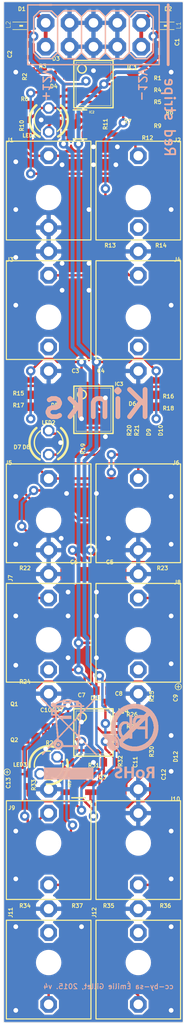
<source format=kicad_pcb>
(kicad_pcb (version 20211014) (generator pcbnew)
  (layers (0 "F.Cu" signal) (31 "B.Cu" signal) (34 "B.Paste" user) (35 "F.Paste" user) (36 "B.SilkS" user "B.Silkscreen") (37 "F.SilkS" user "F.Silkscreen") (38 "B.Mask" user) (39 "F.Mask" user) (44 "Edge.Cuts" user))
  (net 0 "")
  (net 1 "GND")
  (net 2 "VEE")
  (net 3 "VCC")
  (net 4 "N$6")
  (net 5 "N$20")
  (net 6 "N$29")
  (net 7 "N$14")
  (net 8 "N$30")
  (net 9 "N$19")
  (net 10 "N$3")
  (net 11 "B")
  (net 12 "N$18")
  (net 13 "A")
  (net 14 "N$9")
  (net 15 "N$11")
  (net 16 "N$25")
  (net 17 "N$26")
  (net 18 "N$28")
  (net 19 "N$32")
  (net 20 "N$33")
  (net 21 "N$34")
  (net 22 "N$35")
  (net 23 "N$38")
  (net 24 "N$21")
  (net 25 "N$39")
  (net 26 "N$23")
  (net 27 "N$24")
  (net 28 "N$27")
  (net 29 "N$36")
  (net 30 "N$37")
  (net 31 "N$40")
  (net 32 "N$41")
  (net 33 "N$42")
  (net 34 "N$43")
  (net 35 "N$45")
  (net 36 "N$48")
  (net 37 "N$49")
  (net 38 "N$51")
  (net 39 "N$46")
  (net 40 "N$50")
  (net 41 "N$13")
  (net 42 "N$16")
  (net 43 "N$22")
  (net 44 "N$44")
  (net 45 "N$47")
  (net 46 "N$8")
  (net 47 "N$12")
  (net 48 "N$31")
  (net 49 "N$1")
  (net 50 "N$2")
  (net 51 "N$4")
  (net 52 "N$5")
  (net 53 "N$10")
  (net 54 "N$15")
  (net 55 "N$7")
  (net 56 "N$17")
  (footprint "kinks:R0402" (layer "F.Cu") (at 152.3211 62.37925)
    (fp_text reference "R7")
    (fp_text value "200k")
  )
  (footprint "kinks:R0402" (layer "F.Cu") (at 142.4786 93.81175 180)
    (fp_text reference "R17")
    (fp_text value "220k")
  )
  (footprint "kinks:R0402" (layer "F.Cu") (at 141.2086 147.46925 180)
    (fp_text reference "R34")
    (fp_text value "180")
  )
  (footprint "kinks:SOT23-5" (layer "F.Cu") (at 146.9235 133.81675 90)
    (fp_text reference "IC5")
    (fp_text value "LM321MF")
  )
  (footprint "kinks:R0402" (layer "F.Cu") (at 144.5423 127.14915 -90)
    (fp_text reference "R27")
    (fp_text value "1.5M")
  )
  (footprint "kinks:R0402" (layer "F.Cu") (at 155.8136 111.59175 180)
    (fp_text reference "R23")
    (fp_text value "180")
  )
  (footprint "kinks:R0402" (layer "F.Cu") (at 156.1311 147.46925 180)
    (fp_text reference "R36")
    (fp_text value "100k")
  )
  (footprint "kinks:TSSOP14" (layer "F.Cu") (at 148.5111 128.41935 -90)
    (fp_text reference "IC4")
    (fp_text value "OPA4171")
  )
  (footprint "kinks:SOD523" (layer "F.Cu") (at 144.3836 57.93415 -90)
    (fp_text reference "D3")
    (fp_text value "1N4148")
  )
  (footprint "kinks:C0402" (layer "F.Cu") (at 146.9236 123.81545 180)
    (fp_text reference "C7")
    (fp_text value "100n")
  )
  (footprint "kinks:WQP_PJ_301M6" (layer "F.Cu") (at 153.2736 118.57675)
    (fp_text reference "J8")
    (fp_text value "PJ301_THONKICONN6" hide)
  )
  (footprint "kinks:R0402" (layer "F.Cu") (at 141.5261 63.96675 -90)
    (fp_text reference "R10")
    (fp_text value "1.0k")
  )
  (footprint "kinks:0603" (layer "F.Cu") (at 140.7321 53.33055 180)
    (fp_text reference "L2")
    (fp_text value "")
  )
  (footprint "kinks:WQP_PJ_301M6" (layer "F.Cu") (at 143.7486 152.86675 180)
    (fp_text reference "J11")
    (fp_text value "PJ301_THONKICONN6" hide)
  )
  (footprint "kinks:R0402" (layer "F.Cu") (at 141.5261 133.49925 90)
    (fp_text reference "R33")
    (fp_text value "470k")
  )
  (footprint "kinks:R0402" (layer "F.Cu") (at 152.3211 64.91925 180)
    (fp_text reference "R12")
    (fp_text value "180")
  )
  (footprint "kinks:R0402" (layer "F.Cu") (at 141.2086 111.59175)
    (fp_text reference "R22")
    (fp_text value "180")
  )
  (footprint "kinks:C0603" (layer "F.Cu") (at 153.5911 131.59425 -90)
    (fp_text reference "C11")
    (fp_text value "10n")
  )
  (footprint "kinks:WQP_PJ_301M6" (layer "F.Cu") (at 143.7486 84.28675)
    (fp_text reference "J3")
    (fp_text value "PJ301_THONKICONN6" hide)
  )
  (footprint "kinks:WQP_PJ_301M6" (layer "F.Cu") (at 153.2736 140.16675 180)
    (fp_text reference "J10")
    (fp_text value "PJ301_THONKICONN6" hide)
  )
  (footprint "kinks:TSSOP14" (layer "F.Cu") (at 148.5111 59.52175 -90)
    (fp_text reference "IC1")
    (fp_text value "TL074PW")
  )
  (footprint "kinks:C0402" (layer "F.Cu") (at 143.4313 127.14905 -90)
    (fp_text reference "C10")
    (fp_text value "100n")
  )
  (footprint "kinks:C0805" (layer "F.Cu") (at 140.5734 55.71205 -90)
    (fp_text reference "C2")
    (fp_text value "22u")
  )
  (footprint "kinks:R0402" (layer "F.Cu") (at 146.6061 98.25675 90)
    (fp_text reference "R19")
    (fp_text value "1.0k")
  )
  (footprint "kinks:R0402" (layer "F.Cu") (at 153.5911 59.83925)
    (fp_text reference "R4")
    (fp_text value "100k")
  )
  (footprint "kinks:C0805" (layer "F.Cu") (at 150.4162 111.59155 180)
    (fp_text reference "C5")
    (fp_text value "22u")
  )
  (footprint "kinks:SOD523" (layer "F.Cu") (at 152.6386 92.38295 90)
    (fp_text reference "D6")
    (fp_text value "1N4148" hide)
  )
  (footprint "kinks:WQP_PJ_301M6" (layer "F.Cu") (at 143.7486 118.57675)
    (fp_text reference "J7")
    (fp_text value "PJ301_THONKICONN6" hide)
  )
  (footprint "kinks:R0402" (layer "F.Cu") (at 144.0661 128.89555 180)
    (fp_text reference "R29")
    (fp_text value "100k")
  )
  (footprint "kinks:SOD523" (layer "F.Cu") (at 144.3836 92.38305 -90)
    (fp_text reference "D5")
    (fp_text value "1N4148" hide)
  )
  (footprint "kinks:SOD523" (layer "F.Cu") (at 155.4961 98.25675 -90)
    (fp_text reference "D10")
    (fp_text value "1N4148" hide)
  )
  (footprint "kinks:C0402" (layer "F.Cu") (at 149.4636 123.97425 180)
    (fp_text reference "C8")
    (fp_text value "100n")
  )
  (footprint "kinks:R0402" (layer "F.Cu") (at 154.7024 128.10185 180)
    (fp_text reference "R28")
    (fp_text value "100k")
  )
  (footprint "kinks:LED3MM" (layer "F.Cu") (at 143.7486 97.62175 90)
    (fp_text reference "LED2")
    (fp_text value "WP937EGW" hide)
  )
  (footprint "kinks:WQP_PJ_301M6" (layer "F.Cu") (at 153.2736 105.87675)
    (fp_text reference "J6")
    (fp_text value "PJ301_THONKICONN6" hide)
  )
  (footprint "kinks:SOT23-5" (layer "F.Cu") (at 147.0823 63.80805 90)
    (fp_text reference "IC2")
    (fp_text value "LM321MF")
  )
  (footprint "kinks:R0402" (layer "F.Cu") (at 155.1787 124.76795 90)
    (fp_text reference "R25")
    (fp_text value "1.0M")
  )
  (footprint "kinks:LED3MM" (layer "F.Cu") (at 143.7486 131.91175 -135)
    (fp_text reference "LED3")
    (fp_text value "WP937EGW" hide)
  )
  (footprint "kinks:C0402" (layer "F.Cu") (at 149.1462 90.63675 180)
    (fp_text reference "C4")
    (fp_text value "100n")
  )
  (footprint "kinks:R0402" (layer "F.Cu") (at 152.9561 98.25675 -90)
    (fp_text reference "R21")
    (fp_text value "1.0M")
  )
  (footprint "kinks:WQP_PJ_301M6" (layer "F.Cu") (at 143.7486 105.87675)
    (fp_text reference "J5")
    (fp_text value "PJ301_THONKICONN6" hide)
  )
  (footprint "kinks:WQP_PJ_301M6" (layer "F.Cu") (at 153.2736 71.58675)
    (fp_text reference "J2")
    (fp_text value "PJ301_THONKICONN6" hide)
  )
  (footprint "kinks:WQP_PJ_301M6" (layer "F.Cu") (at 153.2736 152.86675 180)
    (fp_text reference "J12")
    (fp_text value "PJ301_THONKICONN6" hide)
  )
  (footprint "kinks:R0402" (layer "F.Cu") (at 150.0986 147.46925 180)
    (fp_text reference "R35")
    (fp_text value "180")
  )
  (footprint "kinks:R0402" (layer "F.Cu") (at 153.5911 61.10925)
    (fp_text reference "R5")
    (fp_text value "100k")
  )
  (footprint "kinks:SOD523" (layer "F.Cu") (at 154.2261 98.25675 -90)
    (fp_text reference "D9")
    (fp_text value "1N4148" hide)
  )
  (footprint "kinks:SOT23" (layer "F.Cu") (at 150.5747 134.13415)
    (fp_text reference "Q3")
    (fp_text value "MMBFJ309")
  )
  (footprint "kinks:R0402" (layer "F.Cu") (at 154.7023 126.83185 180)
    (fp_text reference "R26")
    (fp_text value "10k")
  )
  (footprint "kinks:R0402" (layer "F.Cu") (at 146.7649 147.46935)
    (fp_text reference "R37")
    (fp_text value "1.0M")
  )
  (footprint "kinks:C0402" (layer "F.Cu") (at 155.3374 132.70545 90)
    (fp_text reference "C12")
    (fp_text value "100p")
  )
  (footprint "kinks:R0402" (layer "F.Cu") (at 141.8436 58.72795 -90)
    (fp_text reference "R2")
    (fp_text value "200k")
  )
  (footprint "kinks:R0402" (layer "F.Cu") (at 146.7649 131.59415)
    (fp_text reference "R31")
    (fp_text value "1.0k")
  )
  (footprint "kinks:R0402" (layer "F.Cu") (at 142.4786 92.54175 180)
    (fp_text reference "R15")
    (fp_text value "220k")
  )
  (footprint "kinks:R0402" (layer "F.Cu") (at 141.2086 123.65685)
    (fp_text reference "R24")
    (fp_text value "4.7k")
  )
  (footprint "kinks:R0402" (layer "F.Cu") (at 150.2572 131.59415 180)
    (fp_text reference "R32")
    (fp_text value "1.0M")
  )
  (footprint "kinks:R0402" (layer "F.Cu") (at 153.5911 63.64925)
    (fp_text reference "R9")
    (fp_text value "200k")
  )
  (footprint "kinks:SOD523" (layer "F.Cu") (at 140.7329 52.06035)
    (fp_text reference "D1")
    (fp_text value "PMEG2010AEB")
  )
  (footprint "kinks:R0402" (layer "F.Cu") (at 155.8136 77.30175)
    (fp_text reference "R14")
    (fp_text value "180")
  )
  (footprint "kinks:R0402" (layer "F.Cu") (at 141.2086 61.74425 180)
    (fp_text reference "R6")
    (fp_text value "200k")
  )
  (footprint "kinks:0603" (layer "F.Cu") (at 156.2898 53.33045)
    (fp_text reference "L1")
    (fp_text value "")
  )
  (footprint "kinks:LED3MM" (layer "F.Cu") (at 143.7486 63.33175 90)
    (fp_text reference "LED1")
    (fp_text value "WP937EGW" hide)
  )
  (footprint "kinks:R0402" (layer "F.Cu") (at 150.4161 64.12545 90)
    (fp_text reference "R11")
    (fp_text value "200k")
  )
  (footprint "kinks:C0603" (layer "F.Cu") (at 156.6073 124.76795 -90)
    (fp_text reference "C9")
    (fp_text value "4.7u")
  )
  (footprint "kinks:R0402" (layer "F.Cu") (at 150.4161 77.30175 180)
    (fp_text reference "R13")
    (fp_text value "180")
  )
  (footprint "kinks:C0402" (layer "F.Cu") (at 146.6061 90.63675 180)
    (fp_text reference "C3")
    (fp_text value "100n")
  )
  (footprint "kinks:SOT23-BEC" (layer "F.Cu") (at 141.2086 126.19675)
    (fp_text reference "Q1")
    (fp_text value "MMBT3904")
  )
  (footprint "kinks:C0603" (layer "F.Cu") (at 140.2563 133.81675 -90)
    (fp_text reference "C13")
    (fp_text value "4.7u")
  )
  (footprint "kinks:SOD523" (layer "F.Cu") (at 156.2898 52.06045)
    (fp_text reference "D2")
    (fp_text value "PMEG2010AEB" hide)
  )
  (footprint "kinks:R0402" (layer "F.Cu") (at 155.3374 130.16545 90)
    (fp_text reference "R30")
    (fp_text value "10k")
  )
  (footprint "kinks:WQP_PJ_301M6" (layer "F.Cu") (at 143.7486 140.16675 180)
    (fp_text reference "J9")
    (fp_text value "PJ301_THONKICONN6" hide)
  )
  (footprint "kinks:SOD523" (layer "F.Cu") (at 156.6075 130.80075 90)
    (fp_text reference "D12")
    (fp_text value "1N4148" hide)
  )
  (footprint "kinks:SOD523" (layer "F.Cu") (at 140.8911 96.98675 90)
    (fp_text reference "D7")
    (fp_text value "1N4148" hide)
  )
  (footprint "kinks:TSSOP14" (layer "F.Cu") (at 148.5111 94.12925 -90)
    (fp_text reference "IC3")
    (fp_text value "TL074PW")
  )
  (footprint "kinks:R0402" (layer "F.Cu") (at 154.5436 93.81175)
    (fp_text reference "R18")
    (fp_text value "220k")
  )
  (footprint "kinks:SOD523" (layer "F.Cu") (at 143.6692 60.39505 180)
    (fp_text reference "D4")
    (fp_text value "1N4148" hide)
  )
  (footprint "kinks:WQP_PJ_301M6" (layer "F.Cu") (at 153.2736 84.28675)
    (fp_text reference "J4")
    (fp_text value "PJ301_THONKICONN6" hide)
  )
  (footprint "kinks:R0402" (layer "F.Cu") (at 154.8611 62.37925)
    (fp_text reference "R8")
    (fp_text value "100k")
  )
  (footprint "kinks:SOT23-BEC" (layer "F.Cu") (at 141.2087 130.00665)
    (fp_text reference "Q2")
    (fp_text value "MMBT3904")
  )
  (footprint "kinks:R0402" (layer "F.Cu") (at 143.1136 58.72795 90)
    (fp_text reference "R3")
    (fp_text value "100k")
  )
  (footprint "kinks:C0805" (layer "F.Cu") (at 146.6061 111.59165 180)
    (fp_text reference "C6")
    (fp_text value "22u")
  )
  (footprint "kinks:R0402" (layer "F.Cu") (at 153.5911 58.56925 180)
    (fp_text reference "R1")
    (fp_text value "200k")
  )
  (footprint "kinks:SOD523" (layer "F.Cu") (at 142.1611 96.98675 90)
    (fp_text reference "D8")
    (fp_text value "1N4148" hide)
  )
  (footprint "kinks:SOD523" (layer "F.Cu") (at 150.5748 125.08525 180)
    (fp_text reference "D11")
    (fp_text value "1N4148" hide)
  )
  (footprint "kinks:R0402" (layer "F.Cu") (at 154.5436 92.54175)
    (fp_text reference "R16")
    (fp_text value "220k")
  )
  (footprint "kinks:WQP_PJ_301M6" (layer "F.Cu") (at 143.7486 71.58675)
    (fp_text reference "J1")
    (fp_text value "PJ301_THONKICONN6" hide)
  )
  (footprint "kinks:C0805" (layer "F.Cu") (at 156.4486 55.71165 90)
    (fp_text reference "C1")
    (fp_text value "22u")
  )
  (footprint "kinks:R0402" (layer "F.Cu") (at 151.6861 98.25675 -90)
    (fp_text reference "R20")
    (fp_text value "1.0M")
  )
  (footprint "kinks:AVR_ICSP" (layer "B.Cu") (at 148.5111 54.28295 -90)
    (fp_text reference "JP1" hide)
    (fp_text value "M05X2PTH" hide)
  )
  (footprint "kinks:ROHS" (layer "B.Cu") (at 156.2898 133.97545 180)
    (fp_text reference "U$2" hide)
    (fp_text value "" hide)
  )
  (gr_line (start 141.5261 51.10785) (end 155.4961 51.10785) (layer "B.SilkS") (width 0.1524))
  (gr_line (start 141.5262 57.45785) (end 155.4961 57.45785) (layer "B.SilkS") (width 0.1524))
  (gr_line (start 156.4486 57.45785) (end 156.4486 51.10785) (layer "B.SilkS") (width 0.3048))
  (gr_line (start 141.5261 51.10785) (end 141.5262 57.45785) (layer "B.SilkS") (width 0.1524))
  (gr_line (start 155.4961 51.10785) (end 155.4961 57.45785) (layer "B.SilkS") (width 0.1524))
  (gr_line (start 157.3249 123.55515) (end 157.7313 123.55515) (layer "F.SilkS") (width 0.0762))
  (gr_line (start 139.1639 132.62295) (end 139.5195 132.62295) (layer "F.SilkS") (width 0.0762))
  (gr_line (start 157.5281 123.75835) (end 157.5281 123.35195) (layer "F.SilkS") (width 0.0762))
  (gr_circle (center 139.3417 132.62295) (end 139.6719 132.62295) (layer "F.SilkS") (width 0.0762) (fill none))
  (gr_circle (center 157.5281 123.55515) (end 157.8583 123.55515) (layer "F.SilkS") (width 0.0762) (fill none))
  (gr_line (start 139.3417 132.80075) (end 139.3417 132.44515) (layer "F.SilkS") (width 0.0762))
  (gr_line (start 138.9861 50.79045) (end 138.9861 159.21675) (layer "Edge.Cuts") (width 0.05))
  (gr_line (start 158.0161 159.21675) (end 158.0161 50.79045) (layer "Edge.Cuts") (width 0.05))
  (gr_line (start 138.9861 159.21675) (end 158.0161 159.21675) (layer "Edge.Cuts") (width 0.05))
  (gr_line (start 158.0161 50.79045) (end 138.9861 50.79045) (layer "Edge.Cuts") (width 0.05))
  (gr_text "-12V" (at 154.2261 57.77555 -90) (layer "B.SilkS") (effects (font (size 0.8636 0.8636) (thickness 0.1524)) (justify right top mirror)))
  (gr_text "+12V" (at 144.0661 57.77555 -90) (layer "B.SilkS") (effects (font (size 0.8636 0.8636) (thickness 0.1524)) (justify right top mirror)))
  (gr_text "cc-by-sa Émilie Gillet, 2015. v4" (at 157.0836 155.72425) (layer "B.SilkS") (effects (font (size 0.53975 0.53975) (thickness 0.09525)) (justify left bottom mirror)))
  (gr_text "Red stripe" (at 157.2423 58.72795 -90) (layer "B.SilkS") (effects (font (size 1.0795 1.0795) (thickness 0.1905)) (justify right top mirror)))
  (gr_text "Kinks" (at 155.02 95.24065) (layer "B.SilkS") (effects (font (size 2.89 2.89) (thickness 0.51)) (justify left bottom mirror)))
  (segment (start 153.5911 133.18175) (end 153.5911 132.44425) (width 0.254) (layer "F.Cu") (net 1))
  (segment (start 139.6211 126.19675) (end 139.6211 122.70425) (width 0.254) (layer "F.Cu") (net 1))
  (segment (start 142.1586 127.29675) (end 142.1611 127.29425) (width 0.254) (layer "F.Cu") (net 1))
  (segment (start 139.6211 122.70425) (end 140.256 122.06935) (width 0.254) (layer "F.Cu") (net 1))
  (segment (start 140.256 122.06935) (end 140.256 121.27565) (width 0.254) (layer "F.Cu") (net 1))
  (segment (start 153.2736 133.49925) (end 153.5911 133.18175) (width 0.254) (layer "F.Cu") (net 1))
  (segment (start 142.1611 127.29425) (end 142.1611 126.19675) (width 0.254) (layer "F.Cu") (net 1))
  (segment (start 142.1611 126.19675) (end 139.6211 126.19675) (width 0.254) (layer "F.Cu") (net 1))
  (segment (start 153.2736 134.45175) (end 153.2736 133.49925) (width 0.254) (layer "F.Cu") (net 1))
  (via (at 148.8285 103.01935) (size 1.008) (drill 0.5) (layers "F.Cu" "B.Cu") (net 1))
  (via (at 149.7811 96.98675) (size 1.008) (drill 0.5) (layers "F.Cu" "B.Cu") (net 1))
  (via (at 149.7811 92.85925) (size 1.008) (drill 0.5) (layers "F.Cu" "B.Cu") (net 1))
  (via (at 145.8123 120.48185) (size 1.008) (drill 0.5) (layers "F.Cu" "B.Cu") (net 1))
  (via (at 156.7661 116.03675) (size 1.008) (drill 0.5) (layers "F.Cu" "B.Cu") (net 1))
  (via (at 156.7661 149.05675) (size 1.008) (drill 0.5) (layers "F.Cu" "B.Cu") (net 1))
  (via (at 140.2562 72.85665) (size 1.008) (drill 0.5) (layers "F.Cu" "B.Cu") (net 1))
  (via (at 140.2562 67.77665) (size 1.008) (drill 0.5) (layers "F.Cu" "B.Cu") (net 1))
  (via (at 140.2561 149.05675) (size 1.008) (drill 0.5) (layers "F.Cu" "B.Cu") (net 1))
  (via (at 140.2562 77.93665) (size 1.008) (drill 0.5) (layers "F.Cu" "B.Cu") (net 1))
  (via (at 156.7661 138.89675) (size 1.008) (drill 0.5) (layers "F.Cu" "B.Cu") (net 1))
  (via (at 147.2411 149.05675) (size 1.008) (drill 0.5) (layers "F.Cu" "B.Cu") (net 1))
  (via (at 156.7661 128.73675) (size 1.008) (drill 0.5) (layers "F.Cu" "B.Cu") (net 1))
  (via (at 148.5112 66.18925) (size 1.008) (drill 0.5) (layers "F.Cu" "B.Cu") (net 1))
  (via (at 150.8924 68.09425) (size 1.008) (drill 0.5) (layers "F.Cu" "B.Cu") (net 1))
  (via (at 156.7661 143.97675) (size 1.008) (drill 0.5) (layers "F.Cu" "B.Cu") (net 1))
  (via (at 140.2561 108.41675) (size 1.008) (drill 0.5) (layers "F.Cu" "B.Cu") (net 1))
  (via (at 145.1774 81.42925) (size 1.008) (drill 0.5) (layers "F.Cu" "B.Cu") (net 1))
  (via (at 145.6535 103.01935) (size 1.008) (drill 0.5) (layers "F.Cu" "B.Cu") (net 1))
  (via (at 145.8123 116.03685) (size 1.008) (drill 0.5) (layers "F.Cu" "B.Cu") (net 1))
  (via (at 140.2562 103.33665) (size 1.008) (drill 0.5) (layers "F.Cu" "B.Cu") (net 1))
  (via (at 156.7661 108.41675) (size 1.008) (drill 0.5) (layers "F.Cu" "B.Cu") (net 1))
  (via (at 145.1774 68.09425) (size 1.008) (drill 0.5) (layers "F.Cu" "B.Cu") (net 1))
  (via (at 148.8285 116.03685) (size 1.008) (drill 0.5) (layers "F.Cu" "B.Cu") (net 1))
  (via (at 148.0349 81.42925) (size 1.008) (drill 0.5) (layers "F.Cu" "B.Cu") (net 1))
  (via (at 140.2561 138.89675) (size 1.008) (drill 0.5) (layers "F.Cu" "B.Cu") (net 1))
  (via (at 143.431 130.16565) (size 1.008) (drill 0.5) (layers "F.Cu" "B.Cu") (net 1))
  (via (at 148.8285 120.48185) (size 1.008) (drill 0.5) (layers "F.Cu" "B.Cu") (net 1))
  (via (at 140.2561 157.94675) (size 1.008) (drill 0.5) (layers "F.Cu" "B.Cu") (net 1))
  (via (at 147.2411 95.08175) (size 1.008) (drill 0.5) (layers "F.Cu" "B.Cu") (net 1))
  (via (at 156.7662 103.33665) (size 1.008) (drill 0.5) (layers "F.Cu" "B.Cu") (net 1))
  (via (at 148.8285 113.49685) (size 1.008) (drill 0.5) (layers "F.Cu" "B.Cu") (net 1))
  (via (at 145.1773 78.57175) (size 1.008) (drill 0.5) (layers "F.Cu" "B.Cu") (net 1))
  (via (at 140.2561 116.03675) (size 1.008) (drill 0.5) (layers "F.Cu" "B.Cu") (net 1))
  (via (at 140.256 121.27565) (size 1.008) (drill 0.5) (layers "F.Cu" "B.Cu") (net 1))
  (via (at 145.0821 107.78185) (size 1.008) (drill 0.5) (layers "F.Cu" "B.Cu") (net 1))
  (via (at 148.5111 68.09425) (size 1.008) (drill 0.5) (layers "F.Cu" "B.Cu") (net 1))
  (via (at 140.2561 143.97675) (size 1.008) (drill 0.5) (layers "F.Cu" "B.Cu") (net 1))
  (via (at 156.7661 132.54675) (size 1.008) (drill 0.5) (layers "F.Cu" "B.Cu") (net 1))
  (via (at 140.2561 58.25175) (size 1.008) (drill 0.5) (layers "F.Cu" "B.Cu") (net 1))
  (via (at 156.7662 72.85665) (size 1.008) (drill 0.5) (layers "F.Cu" "B.Cu") (net 1))
  (via (at 156.7661 121.11675) (size 1.008) (drill 0.5) (layers "F.Cu" "B.Cu") (net 1))
  (via (at 145.8123 113.49685) (size 1.008) (drill 0.5) (layers "F.Cu" "B.Cu") (net 1))
  (via (at 145.0186 97.62175) (size 1.008) (drill 0.5) (layers "F.Cu" "B.Cu") (net 1))
  (via (at 142.9549 63.33165) (size 1.008) (drill 0.5) (layers "F.Cu" "B.Cu") (net 1))
  (via (at 150.0985 107.78185) (size 1.008) (drill 0.5) (layers "F.Cu" "B.Cu") (net 1))
  (via (at 151.0511 66.18925) (size 1.008) (drill 0.5) (layers "F.Cu" "B.Cu") (net 1))
  (via (at 147.241 127.30815) (size 1.008) (drill 0.5) (layers "F.Cu" "B.Cu") (net 1))
  (via (at 148.5111 58.09305) (size 1.008) (drill 0.5) (layers "F.Cu" "B.Cu") (net 1))
  (via (at 148.511 131.59445) (size 1.008) (drill 0.5) (layers "F.Cu" "B.Cu") (net 1))
  (via (at 148.0348 72.85675) (size 1.008) (drill 0.5) (layers "F.Cu" "B.Cu") (net 1))
  (via (at 156.7661 58.25175) (size 1.008) (drill 0.5) (layers "F.Cu" "B.Cu") (net 1))
  (via (at 148.0348 78.57175) (size 1.008) (drill 0.5) (layers "F.Cu" "B.Cu") (net 1))
  (via (at 140.2562 83.01665) (size 1.008) (drill 0.5) (layers "F.Cu" "B.Cu") (net 1))
  (via (at 156.7662 83.01665) (size 1.008) (drill 0.5) (layers "F.Cu" "B.Cu") (net 1))
  (via (at 156.7661 157.94675) (size 1.008) (drill 0.5) (layers "F.Cu" "B.Cu") (net 1))
  (segment (start 147.5586 63.80805) (end 148.3883 63.80805) (width 0.254) (layer "F.Cu") (net 2))
  (segment (start 148.5111 137.30925) (end 148.5111 136.67425) (width 0.254) (layer "F.Cu") (net 2))
  (segment (start 148.8286 89.04925) (end 152.3211 89.04925) (width 0.254) (layer "F.Cu") (net 2))
  (segment (start 147.2411 135.40425) (end 147.2411 134.13425) (width 0.254) (layer "F.Cu") (net 2))
  (segment (start 148.4962 90.63675) (end 148.4962 93.47935) (width 0.254) (layer "F.Cu") (net 2))
  (segment (start 146.9236 64.44305) (end 147.5586 63.80805) (width 0.254) (layer "F.Cu") (net 2))
  (segment (start 147.2411 134.13425) (end 147.5586 133.81675) (width 0.254) (layer "F.Cu") (net 2))
  (segment (start 149.4636 110.32175) (end 149.4636 111.58895) (width 0.4064) (layer "F.Cu") (net 2))
  (segment (start 148.8136 123.97425) (end 148.8286 123.98925) (width 0.254) (layer "F.Cu") (net 2))
  (segment (start 148.8286 127.78425) (end 149.4637 128.41935) (width 0.254) (layer "F.Cu") (net 2))
  (segment (start 148.4962 89.38165) (end 148.4962 90.63675) (width 0.254) (layer "F.Cu") (net 2))
  (segment (start 148.8136 122.71925) (end 148.8136 123.97425) (width 0.254) (layer "F.Cu") (net 2))
  (segment (start 147.5586 133.81675) (end 148.2295 133.81675) (width 0.254) (layer "F.Cu") (net 2))
  (segment (start 148.4962 93.47935) (end 149.1461 94.12925) (width 0.254) (layer "F.Cu") (net 2))
  (segment (start 153.9086 88.73175) (end 155.1786 90.00175) (width 0.254) (layer "F.Cu") (net 2))
  (segment (start 148.8286 89.04925) (end 148.4962 89.38165) (width 0.254) (layer "F.Cu") (net 2))
  (segment (start 156.1287 54.44175) (end 156.4486 54.76165) (width 0.4064) (layer "F.Cu") (net 2))
  (segment (start 148.1936 109.05175) (end 149.4636 110.32175) (width 0.4064) (layer "F.Cu") (net 2))
  (segment (start 154.8611 54.44175) (end 155.3898 53.91305) (width 0.4064) (layer "F.Cu") (net 2))
  (segment (start 155.1786 95.08175) (end 155.1786 93.82675) (width 0.254) (layer "F.Cu") (net 2))
  (segment (start 149.4636 111.58895) (end 149.4662 111.59155) (width 0.254) (layer "F.Cu") (net 2))
  (segment (start 152.3211 89.04925) (end 152.6386 88.73175) (width 0.254) (layer "F.Cu") (net 2))
  (segment (start 155.3898 53.91305) (end 155.3898 53.33045) (width 0.4064) (layer "F.Cu") (net 2))
  (segment (start 149.1461 94.12925) (end 151.2289 94.12925) (width 0.254) (layer "F.Cu") (net 2))
  (segment (start 148.5111 136.67425) (end 147.2411 135.40425) (width 0.254) (layer "F.Cu") (net 2))
  (segment (start 148.8286 123.98925) (end 148.8286 127.78425) (width 0.254) (layer "F.Cu") (net 2))
  (segment (start 155.1786 93.82675) (end 155.1936 93.81175) (width 0.254) (layer "F.Cu") (net 2))
  (segment (start 155.1936 93.81175) (end 155.1936 92.54175) (width 0.254) (layer "F.Cu") (net 2))
  (segment (start 152.6386 88.73175) (end 153.9086 88.73175) (width 0.254) (layer "F.Cu") (net 2))
  (segment (start 149.4637 128.41935) (end 151.2289 128.41935) (width 0.254) (layer "F.Cu") (net 2))
  (segment (start 149.6224 59.52175) (end 151.2289 59.52175) (width 0.254) (layer "F.Cu") (net 2))
  (segment (start 154.8611 54.44175) (end 156.1287 54.44175) (width 0.4064) (layer "F.Cu") (net 2))
  (segment (start 146.9236 65.87175) (end 146.9236 64.44305) (width 0.254) (layer "F.Cu") (net 2))
  (segment (start 149.1461 122.38675) (end 148.8136 122.71925) (width 0.254) (layer "F.Cu") (net 2))
  (segment (start 151.2289 128.41935) (end 151.2288 128.41925) (width 0.254) (layer "F.Cu") (net 2))
  (via (at 148.1936 109.05175) (size 1.008) (drill 0.5) (layers "F.Cu" "B.Cu") (net 2))
  (via (at 148.8286 89.04925) (size 1.008) (drill 0.5) (layers "F.Cu" "B.Cu") (net 2))
  (via (at 155.1786 90.00175) (size 1.008) (drill 0.5) (layers "F.Cu" "B.Cu") (net 2))
  (via (at 149.6224 59.52175) (size 1.008) (drill 0.5) (layers "F.Cu" "B.Cu") (net 2))
  (via (at 146.9236 65.87175) (size 1.008) (drill 0.5) (layers "F.Cu" "B.Cu") (net 2))
  (via (at 155.1786 95.08175) (size 1.008) (drill 0.5) (layers "F.Cu" "B.Cu") (net 2))
  (via (at 149.1461 122.38675) (size 1.008) (drill 0.5) (layers "F.Cu" "B.Cu") (net 2))
  (via (at 148.5111 137.30925) (size 1.008) (drill 0.5) (layers "F.Cu" "B.Cu") (net 2))
  (via (at 154.8611 54.44175) (size 1.008) (drill 0.5) (layers "F.Cu" "B.Cu") (net 2))
  (segment (start 147.5586 118.10045) (end 147.5586 109.05175) (width 0.4064) (layer "B.Cu") (net 2))
  (segment (start 149.4636 122.70425) (end 149.1461 122.38675) (width 0.254) (layer "B.Cu") (net 2))
  (segment (start 148.5111 137.30925) (end 148.5111 134.13425) (width 0.254) (layer "B.Cu") (net 2))
  (segment (start 146.9236 87.14425) (end 146.9236 65.87175) (width 0.4064) (layer "B.Cu") (net 2))
  (segment (start 148.5111 98.57415) (end 148.8286 98.25665) (width 0.4064) (layer "B.Cu") (net 2))
  (segment (start 149.1461 122.38675) (end 147.8761 121.11675) (width 0.4064) (layer "B.Cu") (net 2))
  (segment (start 147.5586 101.90805) (end 147.5587 99.52675) (width 0.4064) (layer "B.Cu") (net 2))
  (segment (start 150.7336 131.91175) (end 150.7336 126.67295) (width 0.254) (layer "B.Cu") (net 2))
  (segment (start 154.8611 54.75925) (end 154.8611 54.44175) (width 0.4064) (layer "B.Cu") (net 2))
  (segment (start 146.9236 65.87175) (end 146.9236 62.22055) (width 0.4064) (layer "B.Cu") (net 2))
  (segment (start 146.9236 62.22055) (end 149.6224 59.52175) (width 0.4064) (layer "B.Cu") (net 2))
  (segment (start 155.1786 90.00175) (end 155.1786 95.08175) (width 0.254) (layer "B.Cu") (net 2))
  (segment (start 149.4636 125.56175) (end 149.4636 122.70425) (width 0.254) (layer "B.Cu") (net 2))
  (segment (start 153.2736 58.25175) (end 155.1786 56.66425) (width 0.4064) (layer "B.Cu") (net 2))
  (segment (start 147.5586 109.05175) (end 147.5586 101.90805) (width 0.4064) (layer "B.Cu") (net 2))
  (segment (start 155.1786 56.66425) (end 155.1786 55.07675) (width 0.4064) (layer "B.Cu") (net 2))
  (segment (start 150.7336 126.67295) (end 149.4636 125.56175) (width 0.254) (layer "B.Cu") (net 2))
  (segment (start 148.8286 98.25665) (end 148.8286 89.04925) (width 0.4064) (layer "B.Cu") (net 2))
  (segment (start 147.5587 99.52675) (end 148.5111 98.57415) (width 0.4064) (layer "B.Cu") (net 2))
  (segment (start 147.8761 118.41795) (end 147.5586 118.10045) (width 0.4064) (layer "B.Cu") (net 2))
  (segment (start 149.6224 59.52175) (end 150.8924 58.25175) (width 0.4064) (layer "B.Cu") (net 2))
  (segment (start 155.1786 55.07675) (end 154.8611 54.75925) (width 0.4064) (layer "B.Cu") (net 2))
  (segment (start 150.8924 58.25175) (end 153.2736 58.25175) (width 0.4064) (layer "B.Cu") (net 2))
  (segment (start 147.8761 121.11675) (end 147.8761 118.41795) (width 0.4064) (layer "B.Cu") (net 2))
  (segment (start 148.5111 134.13425) (end 150.7336 131.91175) (width 0.254) (layer "B.Cu") (net 2))
  (segment (start 147.5586 109.05175) (end 148.1936 109.05175) (width 0.4064) (layer "B.Cu") (net 2))
  (segment (start 148.8286 89.04925) (end 146.9236 87.14425) (width 0.4064) (layer "B.Cu") (net 2))
  (segment (start 156.6073 123.91795) (end 156.4073 124.11795) (width 0.254) (layer "F.Cu") (net 3))
  (segment (start 147.5586 111.58915) (end 147.5561 111.59165) (width 0.254) (layer "F.Cu") (net 3))
  (segment (start 146.9236 94.12925) (end 145.7933 94.12925) (width 0.254) (layer "F.Cu") (net 3))
  (segment (start 143.1136 123.02175) (end 142.4786 123.65675) (width 0.254) (layer "F.Cu") (net 3))
  (segment (start 145.6536 135.72175) (end 145.6536 134.80285) (width 0.254) (layer "F.Cu") (net 3))
  (segment (start 156.6073 123.18045) (end 156.6073 123.91795) (width 0.254) (layer "F.Cu") (net 3))
  (segment (start 148.1936 127.78425) (end 147.5586 128.41925) (width 0.254) (layer "F.Cu") (net 3))
  (segment (start 143.1136 88.73175) (end 141.8436 90.00175) (width 0.254) (layer "F.Cu") (net 3))
  (segment (start 147.5586 124.29175) (end 148.1936 124.92675) (width 0.254) (layer "F.Cu") (net 3))
  (segment (start 146.9236 118.89425) (end 149.4636 118.89425) (width 0.254) (layer "F.Cu") (net 3))
  (segment (start 147.5586 128.41925) (end 145.7934 128.41925) (width 0.254) (layer "F.Cu") (net 3))
  (segment (start 146.9235 121.75175) (end 147.5736 122.40185) (width 0.254) (layer "F.Cu") (net 3))
  (segment (start 141.5261 135.08675) (end 142.1611 135.72175) (width 0.254) (layer "F.Cu") (net 3))
  (segment (start 155.1787 124.11795) (end 155.1786 123.91785) (width 0.254) (layer "F.Cu") (net 3))
  (segment (start 146.2886 109.05175) (end 147.5586 110.32175) (width 0.4064) (layer "F.Cu") (net 3))
  (segment (start 147.3998 59.52175) (end 145.7933 59.52175) (width 0.254) (layer "F.Cu") (net 3))
  (segment (start 147.2411 90.62175) (end 147.2561 90.63675) (width 0.254) (layer "F.Cu") (net 3))
  (segment (start 147.5586 123.98925) (end 147.5586 124.29175) (width 0.254) (layer "F.Cu") (net 3))
  (segment (start 147.2411 89.04925) (end 147.2411 90.62175) (width 0.254) (layer "F.Cu") (net 3))
  (segment (start 145.7934 128.41925) (end 145.7933 128.41935) (width 0.254) (layer "F.Cu") (net 3))
  (segment (start 152.0036 122.38675) (end 152.6386 123.02175) (width 0.254) (layer "F.Cu") (net 3))
  (segment (start 141.6321 53.91275) (end 141.6321 53.33055) (width 0.4064) (layer "F.Cu") (net 3))
  (segment (start 152.0036 121.43425) (end 152.0036 122.38675) (width 0.254) (layer "F.Cu") (net 3))
  (segment (start 146.9235 121.75175) (end 145.6536 121.75175) (width 0.254) (layer "F.Cu") (net 3))
  (segment (start 140.8937 54.44175) (end 140.5734 54.76205) (width 0.4064) (layer "F.Cu") (net 3))
  (segment (start 147.5736 122.40185) (end 147.5736 123.81545) (width 0.254) (layer "F.Cu") (net 3))
  (segment (start 142.1611 54.44175) (end 141.6321 53.91275) (width 0.4064) (layer "F.Cu") (net 3))
  (segment (start 142.1611 54.44175) (end 140.8937 54.44175) (width 0.4064) (layer "F.Cu") (net 3))
  (segment (start 147.5736 123.81545) (end 147.5586 123.98925) (width 0.254) (layer "F.Cu") (net 3))
  (segment (start 141.5261 134.14925) (end 141.5261 135.08675) (width 0.254) (layer "F.Cu") (net 3))
  (segment (start 147.5586 110.32175) (end 147.5586 111.58915) (width 0.4064) (layer "F.Cu") (net 3))
  (segment (start 144.3836 123.02175) (end 143.1136 123.02175) (width 0.254) (layer "F.Cu") (net 3))
  (segment (start 141.8286 93.81175) (end 141.8286 92.54175) (width 0.254) (layer "F.Cu") (net 3))
  (segment (start 147.2561 90.63675) (end 147.2561 93.79675) (width 0.254) (layer "F.Cu") (net 3))
  (segment (start 147.7173 59.20425) (end 147.3998 59.52175) (width 0.254) (layer "F.Cu") (net 3))
  (segment (start 142.1611 135.72175) (end 145.6536 135.72175) (width 0.254) (layer "F.Cu") (net 3))
  (segment (start 145.3361 65.87175) (end 145.7763 65.43155) (width 0.254) (layer "F.Cu") (net 3))
  (segment (start 145.6536 121.75175) (end 144.3836 123.02175) (width 0.254) (layer "F.Cu") (net 3))
  (segment (start 146.2886 135.72175) (end 147.2411 136.67425) (width 0.254) (layer "F.Cu") (net 3))
  (segment (start 144.7011 89.04925) (end 144.3836 88.73175) (width 0.254) (layer "F.Cu") (net 3))
  (segment (start 145.6536 134.80285) (end 145.6175 134.76675) (width 0.254) (layer "F.Cu") (net 3))
  (segment (start 142.4786 123.65675) (end 141.8587 123.65675) (width 0.254) (layer "F.Cu") (net 3))
  (segment (start 152.6386 123.02175) (end 156.4486 123.02175) (width 0.254) (layer "F.Cu") (net 3))
  (segment (start 147.2561 93.79675) (end 146.9236 94.12925) (width 0.254) (layer "F.Cu") (net 3))
  (segment (start 141.8436 95.08175) (end 141.8286 95.06675) (width 0.254) (layer "F.Cu") (net 3))
  (segment (start 145.6536 135.72175) (end 146.2886 135.72175) (width 0.254) (layer "F.Cu") (net 3))
  (segment (start 148.1936 124.92675) (end 148.1936 127.78425) (width 0.254) (layer "F.Cu") (net 3))
  (segment (start 156.4486 123.02175) (end 156.6073 123.18045) (width 0.254) (layer "F.Cu") (net 3))
  (segment (start 144.3836 88.73175) (end 143.1136 88.73175) (width 0.254) (layer "F.Cu") (net 3))
  (segment (start 145.7763 65.43155) (end 145.7763 64.75805) (width 0.254) (layer "F.Cu") (net 3))
  (segment (start 141.8286 95.06675) (end 141.8286 93.81175) (width 0.254) (layer "F.Cu") (net 3))
  (segment (start 146.9235 121.75175) (end 146.9236 121.75175) (width 0.254) (layer "F.Cu") (net 3))
  (segment (start 156.4073 124.11795) (end 155.1787 124.11795) (width 0.254) (layer "F.Cu") (net 3))
  (segment (start 141.8587 123.65675) (end 141.8586 123.65685) (width 0.254) (layer "F.Cu") (net 3))
  (segment (start 147.2411 89.04925) (end 144.7011 89.04925) (width 0.254) (layer "F.Cu") (net 3))
  (segment (start 149.4636 118.89425) (end 152.0036 121.43425) (width 0.254) (layer "F.Cu") (net 3))
  (via (at 145.3361 65.87175) (size 1.008) (drill 0.5) (layers "F.Cu" "B.Cu") (net 3))
  (via (at 141.8436 90.00175) (size 1.008) (drill 0.5) (layers "F.Cu" "B.Cu") (net 3))
  (via (at 146.2886 109.05175) (size 1.008) (drill 0.5) (layers "F.Cu" "B.Cu") (net 3))
  (via (at 141.8436 95.08175) (size 1.008) (drill 0.5) (layers "F.Cu" "B.Cu") (net 3))
  (via (at 146.9236 118.89425) (size 1.008) (drill 0.5) (layers "F.Cu" "B.Cu") (net 3))
  (via (at 142.1611 54.44175) (size 1.008) (drill 0.5) (layers "F.Cu" "B.Cu") (net 3))
  (via (at 147.7173 59.20425) (size 1.008) (drill 0.5) (layers "F.Cu" "B.Cu") (net 3))
  (via (at 146.9235 121.75175) (size 1.008) (drill 0.5) (layers "F.Cu" "B.Cu") (net 3))
  (via (at 147.2411 136.67425) (size 1.008) (drill 0.5) (layers "F.Cu" "B.Cu") (net 3))
  (via (at 147.2411 89.04925) (size 1.008) (drill 0.5) (layers "F.Cu" "B.Cu") (net 3))
  (segment (start 146.9235 121.75175) (end 146.9235 121.75185) (width 0.4064) (layer "B.Cu") (net 3))
  (segment (start 145.3361 59.52175) (end 147.3998 59.52175) (width 0.254) (layer "B.Cu") (net 3))
  (segment (start 148.8286 123.65685) (end 146.9235 121.75175) (width 0.254) (layer "B.Cu") (net 3))
  (segment (start 148.8286 129.68925) (end 148.8286 123.65685) (width 0.254) (layer "B.Cu") (net 3))
  (segment (start 148.1936 97.93925) (end 148.1936 90.00175) (width 0.4064) (layer "B.Cu") (net 3))
  (segment (start 141.8436 90.00175) (end 141.8436 95.08175) (width 0.254) (layer "B.Cu") (net 3))
  (segment (start 141.8436 56.98175) (end 141.8436 54.75925) (width 0.4064) (layer "B.Cu") (net 3))
  (segment (start 146.2886 87.46175) (end 146.2886 66.82425) (width 0.4064) (layer "B.Cu") (net 3))
  (segment (start 146.9236 109.05175) (end 146.9236 99.20925) (width 0.4064) (layer "B.Cu") (net 3))
  (segment (start 146.9236 109.05175) (end 146.2886 109.05175) (width 0.4064) (layer "B.Cu") (net 3))
  (segment (start 146.2886 66.82425) (end 145.3361 65.87175) (width 0.4064) (layer "B.Cu") (net 3))
  (segment (start 147.2411 88.41425) (end 146.2886 87.46175) (width 0.4064) (layer "B.Cu") (net 3))
  (segment (start 149.4636 130.32425) (end 148.8286 129.68925) (width 0.254) (layer "B.Cu") (net 3))
  (segment (start 148.1936 90.00175) (end 147.2411 89.04925) (width 0.4064) (layer "B.Cu") (net 3))
  (segment (start 141.8436 54.75925) (end 142.1611 54.44175) (width 0.4064) (layer "B.Cu") (net 3))
  (segment (start 144.0661 58.25175) (end 143.1136 58.25175) (width 0.4064) (layer "B.Cu") (net 3))
  (segment (start 146.9236 121.75165) (end 146.9236 118.89425) (width 0.4064) (layer "B.Cu") (net 3))
  (segment (start 146.9236 99.20925) (end 148.1936 97.93925) (width 0.4064) (layer "B.Cu") (net 3))
  (segment (start 146.9235 121.75175) (end 146.9236 121.75165) (width 0.4064) (layer "B.Cu") (net 3))
  (segment (start 149.4636 132.22925) (end 149.4636 130.32425) (width 0.254) (layer "B.Cu") (net 3))
  (segment (start 147.2411 136.67425) (end 147.2411 134.45175) (width 0.254) (layer "B.Cu") (net 3))
  (segment (start 147.2411 89.04925) (end 147.2411 88.41425) (width 0.4064) (layer "B.Cu") (net 3))
  (segment (start 145.3361 59.52175) (end 144.0661 58.25175) (width 0.4064) (layer "B.Cu") (net 3))
  (segment (start 146.9236 118.89425) (end 146.9235 118.89435) (width 0.4064) (layer "B.Cu") (net 3))
  (segment (start 143.1136 58.25175) (end 141.8436 56.98175) (width 0.4064) (layer "B.Cu") (net 3))
  (segment (start 145.3361 65.87175) (end 145.3361 59.52175) (width 0.4064) (layer "B.Cu") (net 3))
  (segment (start 147.2411 134.45175) (end 149.4636 132.22925) (width 0.254) (layer "B.Cu") (net 3))
  (segment (start 147.3998 59.52175) (end 147.7173 59.20425) (width 0.254) (layer "B.Cu") (net 3))
  (segment (start 146.9236 118.89425) (end 146.9236 109.05175) (width 0.4064) (layer "B.Cu") (net 3))
  (segment (start 143.4311 53.01295) (end 142.4785 52.06045) (width 0.4064) (layer "F.Cu") (net 4))
  (segment (start 143.4311 55.55295) (end 143.4311 53.01295) (width 0.4064) (layer "F.Cu") (net 4))
  (segment (start 142.4785 52.06045) (end 141.4329 52.06035) (width 0.4064) (layer "F.Cu") (net 4))
  (segment (start 153.5911 53.01295) (end 154.5436 52.06045) (width 0.4064) (layer "F.Cu") (net 5))
  (segment (start 153.5911 55.55295) (end 153.5911 53.01295) (width 0.4064) (layer "F.Cu") (net 5))
  (segment (start 154.5436 52.06045) (end 155.6898 52.06045) (width 0.4064) (layer "F.Cu") (net 5))
  (segment (start 146.6061 98.90675) (end 148.8136 98.90675) (width 0.254) (layer "F.Cu") (net 6))
  (segment (start 150.7336 96.98675) (end 151.0511 96.66925) (width 0.254) (layer "F.Cu") (net 6))
  (segment (start 146.5911 98.89175) (end 146.6061 98.90675) (width 0.254) (layer "F.Cu") (net 6))
  (segment (start 150.4161 97.93925) (end 150.7336 97.62175) (width 0.254) (layer "F.Cu") (net 6))
  (segment (start 151.0511 96.66925) (end 152.0036 96.66925) (width 0.254) (layer "F.Cu") (net 6))
  (segment (start 143.7486 98.89175) (end 146.5911 98.89175) (width 0.254) (layer "F.Cu") (net 6))
  (segment (start 152.0036 96.66925) (end 152.3211 96.35175) (width 0.254) (layer "F.Cu") (net 6))
  (segment (start 152.0036 95.39925) (end 151.2289 95.39925) (width 0.254) (layer "F.Cu") (net 6))
  (segment (start 149.7811 97.93925) (end 150.4161 97.93925) (width 0.254) (layer "F.Cu") (net 6))
  (segment (start 148.8136 98.90675) (end 149.7811 97.93925) (width 0.254) (layer "F.Cu") (net 6))
  (segment (start 152.3211 96.35175) (end 152.3211 95.71675) (width 0.254) (layer "F.Cu") (net 6))
  (segment (start 152.3211 95.71675) (end 152.0036 95.39925) (width 0.254) (layer "F.Cu") (net 6))
  (segment (start 150.7336 97.62175) (end 150.7336 96.98675) (width 0.254) (layer "F.Cu") (net 6))
  (segment (start 147.2411 96.03425) (end 151.2289 96.03425) (width 0.254) (layer "F.Cu") (net 7))
  (segment (start 146.6061 96.66925) (end 147.2411 96.03425) (width 0.254) (layer "F.Cu") (net 7))
  (segment (start 144.0661 96.66925) (end 146.6061 96.66925) (width 0.254) (layer "F.Cu") (net 7))
  (segment (start 143.7486 96.35175) (end 144.0661 96.66925) (width 0.254) (layer "F.Cu") (net 7))
  (segment (start 142.850571 132.809779) (end 145.5606 132.80985) (width 0.254) (layer "F.Cu") (net 8))
  (segment (start 145.5606 132.80985) (end 145.6175 132.86675) (width 0.254) (layer "F.Cu") (net 8))
  (segment (start 145.227 131.59415) (end 144.646625 131.013725) (width 0.254) (layer "F.Cu") (net 9))
  (segment (start 146.1149 131.59415) (end 145.227 131.59415) (width 0.254) (layer "F.Cu") (net 9))
  (segment (start 146.1149 131.59415) (end 146.1149 131.73805) (width 0.254) (layer "F.Cu") (net 9))
  (segment (start 146.1149 131.73805) (end 147.2411 132.86425) (width 0.254) (layer "F.Cu") (net 9))
  (segment (start 148.227 132.86425) (end 148.2295 132.86675) (width 0.254) (layer "F.Cu") (net 9))
  (segment (start 147.2411 132.86425) (end 148.227 132.86425) (width 0.254) (layer "F.Cu") (net 9))
  (segment (start 148.1936 134.96135) (end 148.2295 134.76675) (width 0.254) (layer "F.Cu") (net 10))
  (segment (start 151.2289 130.32435) (end 151.2099 130.34335) (width 0.254) (layer "F.Cu") (net 10))
  (segment (start 151.2289 130.32435) (end 151.2289 129.68935) (width 0.254) (layer "F.Cu") (net 10))
  (segment (start 154.5436 133.65795) (end 154.5438 133.65815) (width 0.254) (layer "F.Cu") (net 10))
  (segment (start 152.9561 128.41915) (end 152.3211 128.41925) (width 0.254) (layer "F.Cu") (net 10))
  (segment (start 154.5438 133.65815) (end 154.5438 130.00695) (width 0.254) (layer "F.Cu") (net 10))
  (segment (start 151.2289 129.68935) (end 151.229 129.68925) (width 0.254) (layer "F.Cu") (net 10))
  (segment (start 152.1623 136.35675) (end 152.7973 135.72175) (width 0.254) (layer "F.Cu") (net 10))
  (segment (start 149.4636 136.35675) (end 150.5749 136.35675) (width 0.254) (layer "F.Cu") (net 10))
  (segment (start 151.5273 133.49925) (end 152.0036 133.02305) (width 0.254) (layer "F.Cu") (net 10))
  (segment (start 150.5749 136.35675) (end 150.5749 134.13425) (width 0.254) (layer "F.Cu") (net 10))
  (segment (start 151.229 130.32425) (end 151.2289 130.32435) (width 0.254) (layer "F.Cu") (net 10))
  (segment (start 154.5436 135.08675) (end 154.5436 133.65795) (width 0.254) (layer "F.Cu") (net 10))
  (segment (start 149.4486 147.46925) (end 149.4636 147.45425) (width 0.254) (layer "F.Cu") (net 10))
  (segment (start 151.229 130.32425) (end 151.2289 130.32415) (width 0.254) (layer "F.Cu") (net 10))
  (segment (start 151.5273 134.13425) (end 151.5273 133.49925) (width 0.254) (layer "F.Cu") (net 10))
  (segment (start 149.4636 136.35675) (end 148.9874 136.35675) (width 0.254) (layer "F.Cu") (net 10))
  (segment (start 148.9874 136.35675) (end 148.1936 135.56295) (width 0.254) (layer "F.Cu") (net 10))
  (segment (start 152.3211 128.41925) (end 152.1624 128.41925) (width 0.254) (layer "F.Cu") (net 10))
  (segment (start 150.5749 136.35675) (end 152.1623 136.35675) (width 0.254) (layer "F.Cu") (net 10))
  (segment (start 153.5911 129.05425) (end 153.2737 128.73675) (width 0.254) (layer "F.Cu") (net 10))
  (segment (start 152.0036 133.02305) (end 152.0036 130.32425) (width 0.254) (layer "F.Cu") (net 10))
  (segment (start 154.5438 130.00695) (end 153.5911 129.05425) (width 0.254) (layer "F.Cu") (net 10))
  (segment (start 150.5749 134.13425) (end 151.5273 134.13425) (width 0.254) (layer "F.Cu") (net 10))
  (segment (start 152.0036 130.32425) (end 151.229 130.32425) (width 0.254) (layer "F.Cu") (net 10))
  (segment (start 153.2737 128.73675) (end 152.9561 128.41915) (width 0.254) (layer "F.Cu") (net 10))
  (segment (start 152.7973 135.72175) (end 153.9086 135.72175) (width 0.254) (layer "F.Cu") (net 10))
  (segment (start 153.9086 135.72175) (end 154.5436 135.08675) (width 0.254) (layer "F.Cu") (net 10))
  (segment (start 148.1936 135.56295) (end 148.1936 134.96135) (width 0.254) (layer "F.Cu") (net 10))
  (segment (start 149.4636 147.45425) (end 149.4636 136.35675) (width 0.254) (layer "F.Cu") (net 10))
  (segment (start 142.1611 98.89175) (end 142.1611 97.58675) (width 0.254) (layer "F.Cu") (net 11))
  (segment (start 153.9086 99.84425) (end 154.2261 99.52675) (width 0.254) (layer "F.Cu") (net 11))
  (segment (start 154.2261 99.52675) (end 154.2261 98.95675) (width 0.254) (layer "F.Cu") (net 11))
  (segment (start 144.7011 99.84425) (end 152.9561 99.84425) (width 0.254) (layer "F.Cu") (net 11))
  (segment (start 143.4311 100.16175) (end 144.3836 100.16175) (width 0.254) (layer "F.Cu") (net 11))
  (segment (start 142.1611 98.89175) (end 143.4311 100.16175) (width 0.254) (layer "F.Cu") (net 11))
  (segment (start 153.2736 99.84425) (end 153.2736 101.43175) (width 0.254) (layer "F.Cu") (net 11))
  (segment (start 144.3836 100.16175) (end 144.7011 99.84425) (width 0.254) (layer "F.Cu") (net 11))
  (segment (start 152.9561 99.84425) (end 152.9561 98.90675) (width 0.254) (layer "F.Cu") (net 11))
  (segment (start 152.9561 99.84425) (end 153.2736 99.84425) (width 0.254) (layer "F.Cu") (net 11))
  (segment (start 153.2736 99.84425) (end 153.9086 99.84425) (width 0.254) (layer "F.Cu") (net 11))
  (segment (start 152.3211 94.76425) (end 152.9561 95.39925) (width 0.254) (layer "F.Cu") (net 12))
  (segment (start 152.9561 97.60675) (end 151.6861 97.60675) (width 0.254) (layer "F.Cu") (net 12))
  (segment (start 152.9561 95.39925) (end 152.9561 97.60675) (width 0.254) (layer "F.Cu") (net 12))
  (segment (start 151.2289 94.76425) (end 152.3211 94.76425) (width 0.254) (layer "F.Cu") (net 12))
  (segment (start 152.3211 102.70175) (end 153.9086 102.70175) (width 0.254) (layer "F.Cu") (net 13))
  (segment (start 143.7486 101.43175) (end 140.8911 98.57425) (width 0.254) (layer "F.Cu") (net 13))
  (segment (start 150.4161 98.89175) (end 151.6711 98.89175) (width 0.254) (layer "F.Cu") (net 13))
  (segment (start 155.4961 101.11425) (end 155.4961 98.95675) (width 0.254) (layer "F.Cu") (net 13))
  (segment (start 153.9086 102.70175) (end 155.4961 101.11425) (width 0.254) (layer "F.Cu") (net 13))
  (segment (start 151.6711 98.89175) (end 151.6861 98.90675) (width 0.254) (layer "F.Cu") (net 13))
  (segment (start 150.4161 101.43175) (end 151.0511 101.43175) (width 0.254) (layer "F.Cu") (net 13))
  (segment (start 143.7486 101.43175) (end 150.4161 101.43175) (width 0.254) (layer "F.Cu") (net 13))
  (segment (start 150.4161 101.43175) (end 150.4161 100.79675) (width 0.254) (layer "F.Cu") (net 13))
  (segment (start 151.0511 101.43175) (end 152.3211 102.70175) (width 0.254) (layer "F.Cu") (net 13))
  (segment (start 140.8911 98.57425) (end 140.8911 97.58675) (width 0.254) (layer "F.Cu") (net 13))
  (via (at 150.4161 98.89175) (size 1.008) (drill 0.5) (layers "F.Cu" "B.Cu") (net 13))
  (via (at 150.4161 100.79675) (size 1.008) (drill 0.5) (layers "F.Cu" "B.Cu") (net 13))
  (segment (start 150.4161 100.79675) (end 150.4161 98.89175) (width 0.254) (layer "B.Cu") (net 13))
  (segment (start 141.6999 63.31675) (end 142.9549 62.06175) (width 0.254) (layer "F.Cu") (net 14))
  (segment (start 142.9549 62.06175) (end 143.7486 62.06175) (width 0.254) (layer "F.Cu") (net 14))
  (segment (start 146.6061 62.06175) (end 147.4024 62.85805) (width 0.254) (layer "F.Cu") (net 14))
  (segment (start 141.5261 63.31675) (end 141.6999 63.31675) (width 0.254) (layer "F.Cu") (net 14))
  (segment (start 143.7486 62.06175) (end 146.6061 62.06175) (width 0.254) (layer "F.Cu") (net 14))
  (segment (start 147.4024 62.85805) (end 148.3883 62.85805) (width 0.254) (layer "F.Cu") (net 14))
  (segment (start 143.7486 63.96675) (end 144.8573 62.85805) (width 0.254) (layer "F.Cu") (net 15))
  (segment (start 143.7486 64.60175) (end 143.7486 63.96675) (width 0.254) (layer "F.Cu") (net 15))
  (segment (start 144.8573 62.85805) (end 145.7763 62.85805) (width 0.254) (layer "F.Cu") (net 15))
  (segment (start 146.6061 56.98175) (end 146.7649 57.14055) (width 0.254) (layer "F.Cu") (net 16))
  (segment (start 144.736 56.98175) (end 146.6061 56.98175) (width 0.254) (layer "F.Cu") (net 16))
  (segment (start 143.1136 58.07795) (end 143.8574 57.33415) (width 0.254) (layer "F.Cu") (net 16))
  (segment (start 146.7649 57.14055) (end 146.7649 58.09295) (width 0.254) (layer "F.Cu") (net 16))
  (segment (start 143.8574 57.33415) (end 144.3836 57.33415) (width 0.254) (layer "F.Cu") (net 16))
  (segment (start 144.3836 57.33415) (end 144.736 56.98175) (width 0.254) (layer "F.Cu") (net 16))
  (segment (start 146.7649 58.09295) (end 146.6061 58.25175) (width 0.254) (layer "F.Cu") (net 16))
  (segment (start 146.6061 58.25175) (end 145.7933 58.25175) (width 0.254) (layer "F.Cu") (net 16))
  (segment (start 143.1136 58.07795) (end 141.8436 58.07795) (width 0.254) (layer "F.Cu") (net 16))
  (segment (start 144.8599 58.09295) (end 144.8599 57.93425) (width 0.254) (layer "F.Cu") (net 17))
  (segment (start 144.8599 57.93425) (end 145.1774 57.61675) (width 0.254) (layer "F.Cu") (net 17))
  (segment (start 144.2249 60.35075) (end 144.3836 60.19205) (width 0.254) (layer "F.Cu") (net 17))
  (segment (start 144.3836 58.63415) (end 144.3836 58.25175) (width 0.254) (layer "F.Cu") (net 17))
  (segment (start 144.3836 60.19205) (end 144.3836 58.63415) (width 0.254) (layer "F.Cu") (net 17))
  (segment (start 145.1774 57.61675) (end 145.7933 57.61675) (width 0.254) (layer "F.Cu") (net 17))
  (segment (start 144.3836 58.25175) (end 144.5424 58.09295) (width 0.254) (layer "F.Cu") (net 17))
  (segment (start 144.2692 60.39505) (end 144.2249 60.35075) (width 0.254) (layer "F.Cu") (net 17))
  (segment (start 144.5424 58.09295) (end 144.8599 58.09295) (width 0.254) (layer "F.Cu") (net 17))
  (segment (start 152.3211 58.56925) (end 152.9411 58.56925) (width 0.254) (layer "F.Cu") (net 18))
  (segment (start 151.2289 58.25175) (end 152.0036 58.25175) (width 0.254) (layer "F.Cu") (net 18))
  (segment (start 152.9411 58.56925) (end 152.9411 59.83925) (width 0.254) (layer "F.Cu") (net 18))
  (segment (start 152.0036 58.25175) (end 152.3211 58.56925) (width 0.254) (layer "F.Cu") (net 18))
  (segment (start 151.3686 79.84175) (end 152.6386 81.11175) (width 0.254) (layer "F.Cu") (net 19))
  (segment (start 152.6386 81.11175) (end 153.9086 81.11175) (width 0.254) (layer "F.Cu") (net 19))
  (segment (start 153.9086 81.11175) (end 155.1636 79.85675) (width 0.254) (layer "F.Cu") (net 19))
  (segment (start 143.7486 79.84175) (end 151.3686 79.84175) (width 0.254) (layer "F.Cu") (net 19))
  (segment (start 155.1636 79.85675) (end 155.1636 77.30175) (width 0.254) (layer "F.Cu") (net 19))
  (segment (start 152.3208 61.10895) (end 152.0036 60.79175) (width 0.254) (layer "F.Cu") (net 20))
  (segment (start 152.9408 61.10895) (end 152.3208 61.10895) (width 0.254) (layer "F.Cu") (net 20))
  (segment (start 152.9711 62.37925) (end 152.9411 62.34925) (width 0.254) (layer "F.Cu") (net 20))
  (segment (start 152.9411 63.64925) (end 152.9711 63.61925) (width 0.254) (layer "F.Cu") (net 20))
  (segment (start 152.9711 62.37925) (end 154.2111 62.37925) (width 0.254) (layer "F.Cu") (net 20))
  (segment (start 152.9411 61.10925) (end 152.9408 61.10895) (width 0.254) (layer "F.Cu") (net 20))
  (segment (start 152.0036 60.79175) (end 151.2289 60.79175) (width 0.254) (layer "F.Cu") (net 20))
  (segment (start 152.9411 62.34925) (end 152.9411 61.10925) (width 0.254) (layer "F.Cu") (net 20))
  (segment (start 152.9711 63.61925) (end 152.9711 62.37925) (width 0.254) (layer "F.Cu") (net 20))
  (segment (start 152.3211 79.84175) (end 153.2736 79.84175) (width 0.254) (layer "F.Cu") (net 21))
  (segment (start 151.0661 78.58675) (end 152.3211 79.84175) (width 0.254) (layer "F.Cu") (net 21))
  (segment (start 151.0661 78.58675) (end 151.0661 77.30175) (width 0.254) (layer "F.Cu") (net 21))
  (segment (start 151.6861 63.64925) (end 151.6711 63.34675) (width 0.254) (layer "F.Cu") (net 22))
  (segment (start 151.6861 62.36425) (end 151.6861 61.42675) (width 0.254) (layer "F.Cu") (net 22))
  (segment (start 149.7811 77.28675) (end 149.7811 70.63425) (width 0.254) (layer "F.Cu") (net 22))
  (segment (start 151.6711 63.34675) (end 151.6711 62.37925) (width 0.254) (layer "F.Cu") (net 22))
  (segment (start 151.6861 61.42675) (end 151.2289 61.42675) (width 0.254) (layer "F.Cu") (net 22))
  (segment (start 149.7661 77.30175) (end 149.7811 77.28675) (width 0.254) (layer "F.Cu") (net 22))
  (segment (start 151.6711 62.37925) (end 151.6861 62.36425) (width 0.254) (layer "F.Cu") (net 22))
  (via (at 151.6861 63.64925) (size 1.008) (drill 0.5) (layers "F.Cu" "B.Cu") (net 22))
  (via (at 149.7811 70.63425) (size 1.008) (drill 0.5) (layers "F.Cu" "B.Cu") (net 22))
  (segment (start 149.7811 70.63425) (end 149.7811 65.55425) (width 0.254) (layer "B.Cu") (net 22))
  (segment (start 149.7811 65.55425) (end 151.6861 63.64925) (width 0.254) (layer "B.Cu") (net 22))
  (segment (start 140.5586 65.85675) (end 140.5586 61.74425) (width 0.254) (layer "F.Cu") (net 23))
  (segment (start 141.8436 67.14175) (end 143.7486 67.14175) (width 0.254) (layer "F.Cu") (net 23))
  (segment (start 140.5586 65.85675) (end 141.8436 67.14175) (width 0.254) (layer "F.Cu") (net 23))
  (segment (start 153.9086 68.41175) (end 154.5436 67.77675) (width 0.254) (layer "F.Cu") (net 23))
  (segment (start 143.7486 67.14175) (end 151.2099 67.14175) (width 0.254) (layer "F.Cu") (net 23))
  (segment (start 154.5436 67.77675) (end 154.5436 63.98175) (width 0.254) (layer "F.Cu") (net 23))
  (segment (start 154.2261 63.66425) (end 154.2411 63.64925) (width 0.254) (layer "F.Cu") (net 23))
  (segment (start 154.5436 63.98175) (end 154.2261 63.66425) (width 0.254) (layer "F.Cu") (net 23))
  (segment (start 152.4799 68.41175) (end 153.9086 68.41175) (width 0.254) (layer "F.Cu") (net 23))
  (segment (start 141.3524 59.37795) (end 141.8436 59.37795) (width 0.254) (layer "F.Cu") (net 23))
  (segment (start 140.5586 60.17175) (end 141.3524 59.37795) (width 0.254) (layer "F.Cu") (net 23))
  (segment (start 140.5586 61.74425) (end 140.5586 60.17175) (width 0.254) (layer "F.Cu") (net 23))
  (segment (start 151.2099 67.14175) (end 152.4799 68.41175) (width 0.254) (layer "F.Cu") (net 23))
  (segment (start 145.7933 60.79175) (end 148.8286 60.79175) (width 0.254) (layer "F.Cu") (net 24))
  (segment (start 148.8286 60.79175) (end 150.4161 62.37925) (width 0.254) (layer "F.Cu") (net 24))
  (segment (start 142.3199 61.74425) (end 142.9549 61.10925) (width 0.254) (layer "F.Cu") (net 24))
  (segment (start 141.8586 61.74425) (end 141.8436 61.74425) (width 0.254) (layer "F.Cu") (net 24))
  (segment (start 145.0186 60.79175) (end 145.7933 60.79175) (width 0.254) (layer "F.Cu") (net 24))
  (segment (start 144.7011 61.10925) (end 145.0186 60.79175) (width 0.254) (layer "F.Cu") (net 24))
  (segment (start 150.4161 62.37925) (end 150.4161 63.47545) (width 0.254) (layer "F.Cu") (net 24))
  (segment (start 142.9549 61.10925) (end 144.7011 61.10925) (width 0.254) (layer "F.Cu") (net 24))
  (segment (start 141.8586 61.74425) (end 142.3199 61.74425) (width 0.254) (layer "F.Cu") (net 24))
  (segment (start 155.1786 67.93555) (end 155.1786 64.91925) (width 0.254) (layer "F.Cu") (net 25))
  (segment (start 141.9228 60.39505) (end 142.9692 60.39505) (width 0.254) (layer "F.Cu") (net 25))
  (segment (start 142.9692 60.39505) (end 142.9692 59.52235) (width 0.254) (layer "F.Cu") (net 25))
  (segment (start 142.9692 59.52235) (end 143.1136 59.37795) (width 0.254) (layer "F.Cu") (net 25))
  (segment (start 155.5111 62.37925) (end 155.5111 61.44175) (width 0.254) (layer "F.Cu") (net 25))
  (segment (start 154.2411 61.10925) (end 154.2411 59.83925) (width 0.254) (layer "F.Cu") (net 25))
  (segment (start 155.1786 64.91925) (end 155.5111 64.58675) (width 0.254) (layer "F.Cu") (net 25))
  (segment (start 141.8436 60.47425) (end 141.9228 60.39505) (width 0.254) (layer "F.Cu") (net 25))
  (segment (start 155.5111 64.58675) (end 155.5111 62.37925) (width 0.254) (layer "F.Cu") (net 25))
  (segment (start 141.8436 69.04675) (end 154.0674 69.04675) (width 0.254) (layer "F.Cu") (net 25))
  (segment (start 155.1786 61.10925) (end 154.2411 61.10925) (width 0.254) (layer "F.Cu") (net 25))
  (segment (start 154.0674 69.04675) (end 155.1786 67.93555) (width 0.254) (layer "F.Cu") (net 25))
  (segment (start 155.5111 61.44175) (end 155.1786 61.10925) (width 0.254) (layer "F.Cu") (net 25))
  (via (at 141.8436 69.04675) (size 1.008) (drill 0.5) (layers "F.Cu" "B.Cu") (net 25))
  (via (at 141.8436 60.47425) (size 1.008) (drill 0.5) (layers "F.Cu" "B.Cu") (net 25))
  (segment (start 141.8436 69.04675) (end 141.8436 60.47425) (width 0.254) (layer "B.Cu") (net 25))
  (segment (start 148.3907 64.76045) (end 148.3883 64.75805) (width 0.254) (layer "F.Cu") (net 26))
  (segment (start 150.4011 64.76045) (end 150.4161 64.77545) (width 0.254) (layer "F.Cu") (net 26))
  (segment (start 149.4636 64.76045) (end 148.3907 64.76045) (width 0.254) (layer "F.Cu") (net 26))
  (segment (start 145.7933 61.42675) (end 148.5111 61.42675) (width 0.254) (layer "F.Cu") (net 26))
  (segment (start 151.5273 64.77545) (end 151.6711 64.91925) (width 0.254) (layer "F.Cu") (net 26))
  (segment (start 150.4161 64.77545) (end 151.5273 64.77545) (width 0.254) (layer "F.Cu") (net 26))
  (segment (start 148.5111 61.42675) (end 149.4636 62.37925) (width 0.254) (layer "F.Cu") (net 26))
  (segment (start 149.4636 62.37925) (end 149.4636 64.76045) (width 0.254) (layer "F.Cu") (net 26))
  (segment (start 149.4636 64.76045) (end 150.4011 64.76045) (width 0.254) (layer "F.Cu") (net 26))
  (segment (start 153.2736 67.14175) (end 152.9711 66.83925) (width 0.254) (layer "F.Cu") (net 27))
  (segment (start 152.9711 66.83925) (end 152.9711 64.91925) (width 0.254) (layer "F.Cu") (net 27))
  (segment (start 153.9086 57.61675) (end 151.2289 57.61675) (width 0.254) (layer "F.Cu") (net 28))
  (segment (start 156.4486 64.60175) (end 156.4486 59.83925) (width 0.254) (layer "F.Cu") (net 28))
  (segment (start 156.4636 75.72925) (end 155.8136 75.07925) (width 0.254) (layer "F.Cu") (net 28))
  (segment (start 155.8136 65.23675) (end 156.4486 64.60175) (width 0.254) (layer "F.Cu") (net 28))
  (segment (start 156.4486 59.83925) (end 154.8611 58.56925) (width 0.254) (layer "F.Cu") (net 28))
  (segment (start 154.2411 58.56925) (end 154.2411 57.94925) (width 0.254) (layer "F.Cu") (net 28))
  (segment (start 154.2411 57.94925) (end 153.9086 57.61675) (width 0.254) (layer "F.Cu") (net 28))
  (segment (start 155.8136 75.07925) (end 155.8136 65.23675) (width 0.254) (layer "F.Cu") (net 28))
  (segment (start 156.4636 77.30175) (end 156.4636 75.72925) (width 0.254) (layer "F.Cu") (net 28))
  (segment (start 154.8611 58.56925) (end 154.2411 58.56925) (width 0.254) (layer "F.Cu") (net 28))
  (segment (start 145.7933 126.51435) (end 145.7932 126.51425) (width 0.254) (layer "F.Cu") (net 29))
  (segment (start 141.5261 137.62675) (end 141.2086 137.30925) (width 0.254) (layer "F.Cu") (net 29))
  (segment (start 145.8124 126.49525) (end 145.7933 126.51435) (width 0.254) (layer "F.Cu") (net 29))
  (segment (start 145.7933 126.51435) (end 144.5575 126.51435) (width 0.254) (layer "F.Cu") (net 29))
  (segment (start 140.5586 147.46925) (end 140.5586 146.21425) (width 0.254) (layer "F.Cu") (net 29))
  (segment (start 145.8124 125.56175) (end 145.8124 126.49525) (width 0.254) (layer "F.Cu") (net 29))
  (segment (start 141.5261 145.24675) (end 141.5261 137.62675) (width 0.254) (layer "F.Cu") (net 29))
  (segment (start 144.5575 126.51435) (end 144.5423 126.49915) (width 0.254) (layer "F.Cu") (net 29))
  (segment (start 140.5586 146.21425) (end 141.5261 145.24675) (width 0.254) (layer "F.Cu") (net 29))
  (via (at 145.8124 125.56175) (size 1.008) (drill 0.5) (layers "F.Cu" "B.Cu") (net 29))
  (via (at 141.2086 137.30925) (size 1.008) (drill 0.5) (layers "F.Cu" "B.Cu") (net 29))
  (segment (start 141.2086 130.16545) (end 145.3361 126.03805) (width 0.254) (layer "B.Cu") (net 29))
  (segment (start 141.2086 137.30925) (end 141.2086 130.16545) (width 0.254) (layer "B.Cu") (net 29))
  (segment (start 145.3361 126.03805) (end 145.8124 125.56175) (width 0.254) (layer "B.Cu") (net 29))
  (segment (start 142.0024 147.41305) (end 142.0024 138.42055) (width 0.254) (layer "F.Cu") (net 30))
  (segment (start 141.8586 147.46925) (end 142.0024 147.41305) (width 0.254) (layer "F.Cu") (net 30))
  (segment (start 143.7486 157.31175) (end 143.7486 156.04175) (width 0.254) (layer "F.Cu") (net 30))
  (segment (start 142.0024 138.42055) (end 143.4312 136.99175) (width 0.254) (layer "F.Cu") (net 30))
  (segment (start 141.8586 154.15175) (end 141.8586 147.46925) (width 0.254) (layer "F.Cu") (net 30))
  (segment (start 143.4312 136.99175) (end 143.7486 136.99175) (width 0.254) (layer "F.Cu") (net 30))
  (segment (start 143.7486 156.04175) (end 141.8586 154.15175) (width 0.254) (layer "F.Cu") (net 30))
  (segment (start 146.1149 144.29425) (end 146.1149 143.51545) (width 0.254) (layer "F.Cu") (net 31))
  (segment (start 146.6061 129.05425) (end 145.7934 129.05425) (width 0.254) (layer "F.Cu") (net 31))
  (segment (start 146.1149 143.51545) (end 146.1149 138.43545) (width 0.254) (layer "F.Cu") (net 31))
  (segment (start 146.1149 138.43545) (end 146.2886 138.26175) (width 0.254) (layer "F.Cu") (net 31))
  (segment (start 146.9236 129.37175) (end 146.6061 129.05425) (width 0.254) (layer "F.Cu") (net 31))
  (segment (start 146.1149 144.61175) (end 146.1149 144.29425) (width 0.254) (layer "F.Cu") (net 31))
  (segment (start 147.2411 129.37175) (end 146.9236 129.37175) (width 0.254) (layer "F.Cu") (net 31))
  (segment (start 146.1149 144.61175) (end 143.7486 144.61175) (width 0.254) (layer "F.Cu") (net 31))
  (segment (start 146.1149 147.46935) (end 146.1149 144.61175) (width 0.254) (layer "F.Cu") (net 31))
  (segment (start 145.7934 129.05425) (end 145.7933 129.05435) (width 0.254) (layer "F.Cu") (net 31))
  (via (at 147.2411 129.37175) (size 1.008) (drill 0.5) (layers "F.Cu" "B.Cu") (net 31))
  (via (at 146.2886 138.26175) (size 1.008) (drill 0.5) (layers "F.Cu" "B.Cu") (net 31))
  (segment (start 146.2886 138.26175) (end 146.2885 138.26175) (width 0.254) (layer "B.Cu") (net 31))
  (segment (start 145.6536 137.62685) (end 145.6536 132.22925) (width 0.254) (layer "B.Cu") (net 31))
  (segment (start 147.2411 130.64175) (end 147.2411 129.37175) (width 0.254) (layer "B.Cu") (net 31))
  (segment (start 146.2885 138.26175) (end 145.6536 137.62685) (width 0.254) (layer "B.Cu") (net 31))
  (segment (start 145.6536 132.22925) (end 147.2411 130.64175) (width 0.254) (layer "B.Cu") (net 31))
  (segment (start 149.6247 135.23415) (end 149.6072 135.21665) (width 0.254) (layer "F.Cu") (net 32))
  (segment (start 149.6224 130.95925) (end 148.9874 130.32425) (width 0.254) (layer "F.Cu") (net 32))
  (segment (start 146.9237 130.32435) (end 145.7933 130.32435) (width 0.254) (layer "F.Cu") (net 32))
  (segment (start 148.9874 130.32425) (end 146.9236 130.32425) (width 0.254) (layer "F.Cu") (net 32))
  (segment (start 149.6072 135.21665) (end 149.6072 131.59415) (width 0.254) (layer "F.Cu") (net 32))
  (segment (start 145.7933 130.32435) (end 145.7933 129.68935) (width 0.254) (layer "F.Cu") (net 32))
  (segment (start 149.6224 131.57895) (end 149.6224 130.95925) (width 0.254) (layer "F.Cu") (net 32))
  (segment (start 145.7933 130.32435) (end 145.7934 130.32425) (width 0.254) (layer "F.Cu") (net 32))
  (segment (start 146.9236 130.32425) (end 146.9237 130.32435) (width 0.254) (layer "F.Cu") (net 32))
  (segment (start 149.6072 131.59415) (end 149.6224 131.57895) (width 0.254) (layer "F.Cu") (net 32))
  (segment (start 150.9072 131.29155) (end 149.7811 130.16545) (width 0.254) (layer "F.Cu") (net 33))
  (segment (start 149.7811 130.16545) (end 149.7811 129.37175) (width 0.254) (layer "F.Cu") (net 33))
  (segment (start 150.9072 132.70165) (end 150.9072 131.59415) (width 0.254) (layer "F.Cu") (net 33))
  (segment (start 150.5747 133.03415) (end 150.5897 133.01915) (width 0.254) (layer "F.Cu") (net 33))
  (segment (start 149.7811 127.46675) (end 149.7811 125.17895) (width 0.254) (layer "F.Cu") (net 33))
  (segment (start 150.5747 133.03415) (end 150.9072 132.70165) (width 0.254) (layer "F.Cu") (net 33))
  (segment (start 149.7811 125.17895) (end 149.8748 125.08525) (width 0.254) (layer "F.Cu") (net 33))
  (segment (start 150.9072 131.59415) (end 150.9072 131.29155) (width 0.254) (layer "F.Cu") (net 33))
  (via (at 149.7811 127.46675) (size 1.008) (drill 0.5) (layers "F.Cu" "B.Cu") (net 33))
  (via (at 149.7811 129.37175) (size 1.008) (drill 0.5) (layers "F.Cu" "B.Cu") (net 33))
  (segment (start 149.7811 129.37175) (end 149.7811 127.46675) (width 0.254) (layer "B.Cu") (net 33))
  (segment (start 151.2289 126.51435) (end 151.2289 125.13935) (width 0.254) (layer "F.Cu") (net 34))
  (segment (start 151.2289 126.51435) (end 151.2288 126.51425) (width 0.254) (layer "F.Cu") (net 34))
  (segment (start 151.2289 125.13935) (end 151.1748 125.08525) (width 0.254) (layer "F.Cu") (net 34))
  (segment (start 152.0036 134.45175) (end 152.0036 133.81675) (width 0.254) (layer "F.Cu") (net 35))
  (segment (start 152.0036 133.81675) (end 152.6386 133.18175) (width 0.254) (layer "F.Cu") (net 35))
  (segment (start 151.229 129.05425) (end 151.2289 129.05435) (width 0.254) (layer "F.Cu") (net 35))
  (segment (start 151.6861 135.07275) (end 151.6861 134.76925) (width 0.254) (layer "F.Cu") (net 35))
  (segment (start 153.5911 130.74425) (end 153.5911 130.00675) (width 0.254) (layer "F.Cu") (net 35))
  (segment (start 153.5911 130.00675) (end 152.6386 129.05425) (width 0.254) (layer "F.Cu") (net 35))
  (segment (start 152.6386 130.95925) (end 152.8536 130.74425) (width 0.254) (layer "F.Cu") (net 35))
  (segment (start 152.6386 129.05425) (end 151.229 129.05425) (width 0.254) (layer "F.Cu") (net 35))
  (segment (start 152.6386 133.18175) (end 152.6386 130.95925) (width 0.254) (layer "F.Cu") (net 35))
  (segment (start 151.6861 134.76925) (end 152.0036 134.45175) (width 0.254) (layer "F.Cu") (net 35))
  (segment (start 151.5247 135.23415) (end 151.6861 135.07275) (width 0.254) (layer "F.Cu") (net 35))
  (segment (start 152.8536 130.74425) (end 153.5911 130.74425) (width 0.254) (layer "F.Cu") (net 35))
  (segment (start 150.7336 147.48425) (end 150.7486 147.46925) (width 0.254) (layer "F.Cu") (net 36))
  (segment (start 150.7336 153.81925) (end 150.7336 147.48425) (width 0.254) (layer "F.Cu") (net 36))
  (segment (start 153.2736 156.35925) (end 150.7336 153.81925) (width 0.254) (layer "F.Cu") (net 36))
  (segment (start 153.2736 157.31175) (end 153.2736 156.35925) (width 0.254) (layer "F.Cu") (net 36))
  (segment (start 153.2736 144.61175) (end 155.4961 144.61175) (width 0.254) (layer "F.Cu") (net 37))
  (segment (start 155.4961 144.61175) (end 155.4961 147.45425) (width 0.254) (layer "F.Cu") (net 37))
  (segment (start 155.4961 133.97555) (end 155.3374 133.81685) (width 0.254) (layer "F.Cu") (net 37))
  (segment (start 155.4961 144.61175) (end 155.4961 133.97555) (width 0.254) (layer "F.Cu") (net 37))
  (segment (start 155.4961 147.45425) (end 155.4811 147.46925) (width 0.254) (layer "F.Cu") (net 37))
  (segment (start 155.3374 133.81685) (end 155.3374 133.35545) (width 0.254) (layer "F.Cu") (net 37))
  (segment (start 156.6075 131.40075) (end 156.5728 131.43545) (width 0.254) (layer "F.Cu") (net 38))
  (segment (start 155.3373 131.43545) (end 155.3374 131.43555) (width 0.254) (layer "F.Cu") (net 38))
  (segment (start 155.3374 131.43555) (end 155.3374 132.05545) (width 0.254) (layer "F.Cu") (net 38))
  (segment (start 155.3373 131.43545) (end 155.3374 130.81545) (width 0.254) (layer "F.Cu") (net 38))
  (segment (start 156.5728 131.43545) (end 155.3373 131.43545) (width 0.254) (layer "F.Cu") (net 38))
  (segment (start 154.0524 128.23075) (end 155.3374 129.51545) (width 0.254) (layer "F.Cu") (net 39))
  (segment (start 151.2289 127.78435) (end 153.115 127.78435) (width 0.254) (layer "F.Cu") (net 39))
  (segment (start 151.2289 127.78435) (end 151.229 127.78425) (width 0.254) (layer "F.Cu") (net 39))
  (segment (start 153.115 127.78435) (end 153.4324 128.10175) (width 0.254) (layer "F.Cu") (net 39))
  (segment (start 154.0524 128.10185) (end 154.0524 128.23075) (width 0.254) (layer "F.Cu") (net 39))
  (segment (start 154.0523 128.10175) (end 154.0524 128.10185) (width 0.254) (layer "F.Cu") (net 39))
  (segment (start 153.4324 128.10175) (end 154.0523 128.10175) (width 0.254) (layer "F.Cu") (net 39))
  (segment (start 154.0523 126.83185) (end 154.0523 126.05305) (width 0.254) (layer "F.Cu") (net 40))
  (segment (start 151.2289 127.14935) (end 151.229 127.14925) (width 0.254) (layer "F.Cu") (net 40))
  (segment (start 155.1788 125.61805) (end 155.1787 125.41795) (width 0.254) (layer "F.Cu") (net 40))
  (segment (start 154.5436 125.56175) (end 155.1225 125.56175) (width 0.254) (layer "F.Cu") (net 40))
  (segment (start 155.1225 125.56175) (end 155.1788 125.61805) (width 0.254) (layer "F.Cu") (net 40))
  (segment (start 153.1149 127.14925) (end 153.4323 126.83185) (width 0.254) (layer "F.Cu") (net 40))
  (segment (start 153.4323 126.83185) (end 154.0523 126.83185) (width 0.254) (layer "F.Cu") (net 40))
  (segment (start 151.229 127.14925) (end 153.1149 127.14925) (width 0.254) (layer "F.Cu") (net 40))
  (segment (start 154.0523 126.05305) (end 154.5436 125.56175) (width 0.254) (layer "F.Cu") (net 40))
  (segment (start 143.4313 128.88035) (end 143.4313 127.79905) (width 0.254) (layer "F.Cu") (net 41))
  (segment (start 143.4161 128.89555) (end 143.4313 128.88035) (width 0.254) (layer "F.Cu") (net 41))
  (segment (start 144.5423 127.79915) (end 144.5423 127.78435) (width 0.254) (layer "F.Cu") (net 42))
  (segment (start 144.7161 127.97295) (end 144.5423 127.79915) (width 0.254) (layer "F.Cu") (net 42))
  (segment (start 144.7161 128.89555) (end 144.7161 127.97295) (width 0.254) (layer "F.Cu") (net 42))
  (segment (start 145.7932 127.14925) (end 145.7933 127.14935) (width 0.254) (layer "F.Cu") (net 42))
  (segment (start 145.1774 127.14925) (end 145.7932 127.14925) (width 0.254) (layer "F.Cu") (net 42))
  (segment (start 144.5423 127.78435) (end 145.1774 127.14925) (width 0.254) (layer "F.Cu") (net 42))
  (segment (start 140.0321 52.31995) (end 140.1329 52.06035) (width 0.4064) (layer "F.Cu") (net 43))
  (segment (start 140.0321 53.33055) (end 140.0321 52.31995) (width 0.4064) (layer "F.Cu") (net 43))
  (segment (start 156.9898 53.33045) (end 156.9898 52.06045) (width 0.4064) (layer "F.Cu") (net 44))
  (segment (start 141.8436 114.13175) (end 140.5586 112.84675) (width 0.254) (layer "F.Cu") (net 45))
  (segment (start 143.7486 114.13175) (end 141.8436 114.13175) (width 0.254) (layer "F.Cu") (net 45))
  (segment (start 140.5586 112.84675) (end 140.5586 111.59175) (width 0.254) (layer "F.Cu") (net 45))
  (segment (start 140.2586 131.10655) (end 140.2586 127.29675) (width 0.254) (layer "F.Cu") (net 46))
  (segment (start 140.2587 131.10665) (end 140.2586 131.10655) (width 0.254) (layer "F.Cu") (net 46))
  (segment (start 140.2563 132.96675) (end 140.3738 132.84925) (width 0.254) (layer "F.Cu") (net 47))
  (segment (start 141.5261 132.84925) (end 141.5261 132.38805) (width 0.254) (layer "F.Cu") (net 47))
  (segment (start 142.0024 131.26295) (end 142.1587 131.10665) (width 0.254) (layer "F.Cu") (net 47))
  (segment (start 142.0024 131.91175) (end 142.0024 131.26295) (width 0.254) (layer "F.Cu") (net 47))
  (segment (start 140.3738 132.84925) (end 141.5261 132.84925) (width 0.254) (layer "F.Cu") (net 47))
  (segment (start 141.5261 132.38805) (end 142.0024 131.91175) (width 0.254) (layer "F.Cu") (net 47))
  (segment (start 141.2086 124.30685) (end 140.5586 123.65685) (width 0.254) (layer "F.Cu") (net 48))
  (segment (start 143.4313 126.49905) (end 142.029 125.09675) (width 0.254) (layer "F.Cu") (net 48))
  (segment (start 142.029 125.09675) (end 141.2086 125.09675) (width 0.254) (layer "F.Cu") (net 48))
  (segment (start 141.2086 125.09675) (end 141.2086 124.30685) (width 0.254) (layer "F.Cu") (net 48))
  (segment (start 141.2086 125.09675) (end 141.5374 125.09675) (width 0.254) (layer "F.Cu") (net 48))
  (segment (start 152.1623 93.81175) (end 153.8936 93.81175) (width 0.254) (layer "F.Cu") (net 49))
  (segment (start 154.2261 97.65675) (end 155.4961 97.65675) (width 0.254) (layer "F.Cu") (net 49))
  (segment (start 153.8936 93.81175) (end 153.9086 93.82675) (width 0.254) (layer "F.Cu") (net 49))
  (segment (start 153.9086 93.82675) (end 153.9086 95.71675) (width 0.254) (layer "F.Cu") (net 49))
  (segment (start 151.8448 93.49425) (end 152.1623 93.81175) (width 0.254) (layer "F.Cu") (net 49))
  (segment (start 154.2261 96.03425) (end 154.2261 97.65675) (width 0.254) (layer "F.Cu") (net 49))
  (segment (start 153.9086 95.71675) (end 154.2261 96.03425) (width 0.254) (layer "F.Cu") (net 49))
  (segment (start 151.2289 93.49425) (end 151.8448 93.49425) (width 0.254) (layer "F.Cu") (net 49))
  (segment (start 152.6386 91.68295) (end 152.7036 91.58925) (width 0.254) (layer "F.Cu") (net 50))
  (segment (start 151.3686 91.90675) (end 151.3686 92.08455) (width 0.254) (layer "F.Cu") (net 50))
  (segment (start 151.5924 91.68295) (end 151.3686 91.90675) (width 0.254) (layer "F.Cu") (net 50))
  (segment (start 145.0186 102.06675) (end 150.7336 102.06675) (width 0.254) (layer "F.Cu") (net 50))
  (segment (start 150.7336 102.06675) (end 152.0036 103.33675) (width 0.254) (layer "F.Cu") (net 50))
  (segment (start 154.2261 103.33675) (end 156.7661 100.79675) (width 0.254) (layer "F.Cu") (net 50))
  (segment (start 142.1611 102.70175) (end 144.3836 102.70175) (width 0.254) (layer "F.Cu") (net 50))
  (segment (start 152.6386 91.68295) (end 151.5924 91.68295) (width 0.254) (layer "F.Cu") (net 50))
  (segment (start 156.7661 100.79675) (end 156.7661 92.54175) (width 0.254) (layer "F.Cu") (net 50))
  (segment (start 156.7661 92.54175) (end 155.9073 91.68295) (width 0.254) (layer "F.Cu") (net 50))
  (segment (start 152.0036 103.33675) (end 154.2261 103.33675) (width 0.254) (layer "F.Cu") (net 50))
  (segment (start 151.3686 92.08455) (end 151.2289 92.22425) (width 0.254) (layer "F.Cu") (net 50))
  (segment (start 141.8586 111.59175) (end 141.8586 107.47925) (width 0.254) (layer "F.Cu") (net 50))
  (segment (start 155.9073 91.68295) (end 152.6386 91.68295) (width 0.254) (layer "F.Cu") (net 50))
  (segment (start 141.8586 107.47925) (end 140.8911 106.51175) (width 0.254) (layer "F.Cu") (net 50))
  (segment (start 144.3836 102.70175) (end 145.0186 102.06675) (width 0.254) (layer "F.Cu") (net 50))
  (via (at 140.8911 106.51175) (size 1.008) (drill 0.5) (layers "F.Cu" "B.Cu") (net 50))
  (via (at 142.1611 102.70175) (size 1.008) (drill 0.5) (layers "F.Cu" "B.Cu") (net 50))
  (segment (start 140.8911 103.97175) (end 142.1611 102.70175) (width 0.254) (layer "B.Cu") (net 50))
  (segment (start 140.8911 106.51175) (end 140.8911 103.97175) (width 0.254) (layer "B.Cu") (net 50))
  (segment (start 151.2289 92.85925) (end 152.5149 92.85925) (width 0.254) (layer "F.Cu") (net 51))
  (segment (start 153.0798 92.54175) (end 153.8936 92.54175) (width 0.254) (layer "F.Cu") (net 51))
  (segment (start 152.5149 92.85925) (end 152.6386 92.98295) (width 0.254) (layer "F.Cu") (net 51))
  (segment (start 152.6386 92.98295) (end 153.0798 92.54175) (width 0.254) (layer "F.Cu") (net 51))
  (segment (start 145.1773 93.49425) (end 145.7933 93.49425) (width 0.254) (layer "F.Cu") (net 52))
  (segment (start 143.1286 93.81175) (end 144.8598 93.81175) (width 0.254) (layer "F.Cu") (net 52))
  (segment (start 143.1286 95.31925) (end 143.1286 93.81175) (width 0.254) (layer "F.Cu") (net 52))
  (segment (start 144.8598 93.81175) (end 145.1773 93.49425) (width 0.254) (layer "F.Cu") (net 52))
  (segment (start 142.1611 96.28675) (end 143.1286 95.31925) (width 0.254) (layer "F.Cu") (net 52))
  (segment (start 140.8911 96.28675) (end 142.1611 96.28675) (width 0.254) (layer "F.Cu") (net 52))
  (segment (start 141.8436 103.65425) (end 140.8911 102.70175) (width 0.254) (layer "F.Cu") (net 53))
  (segment (start 141.2086 91.58925) (end 143.7486 91.58925) (width 0.254) (layer "F.Cu") (net 53))
  (segment (start 155.1636 110.94175) (end 155.1636 111.59175) (width 0.254) (layer "F.Cu") (net 53))
  (segment (start 140.2561 92.54175) (end 141.2086 91.58925) (width 0.254) (layer "F.Cu") (net 53))
  (segment (start 150.0986 105.87675) (end 151.0511 106.82925) (width 0.254) (layer "F.Cu") (net 53))
  (segment (start 145.6536 91.90675) (end 145.6536 92.08455) (width 0.254) (layer "F.Cu") (net 53))
  (segment (start 140.8911 99.52675) (end 140.2561 98.89175) (width 0.254) (layer "F.Cu") (net 53))
  (segment (start 145.6536 92.08455) (end 145.7933 92.22425) (width 0.254) (layer "F.Cu") (net 53))
  (segment (start 144.7011 103.65425) (end 146.9236 105.87675) (width 0.254) (layer "F.Cu") (net 53))
  (segment (start 144.3836 91.78305) (end 144.4186 91.62425) (width 0.254) (layer "F.Cu") (net 53))
  (segment (start 145.5299 91.78305) (end 145.6536 91.90675) (width 0.254) (layer "F.Cu") (net 53))
  (segment (start 151.0511 106.82925) (end 151.0511 109.36925) (width 0.254) (layer "F.Cu") (net 53))
  (segment (start 143.7486 91.58925) (end 143.9424 91.78305) (width 0.254) (layer "F.Cu") (net 53))
  (segment (start 144.3836 91.78305) (end 145.5299 91.78305) (width 0.254) (layer "F.Cu") (net 53))
  (segment (start 151.0511 109.36925) (end 152.0036 110.32175) (width 0.254) (layer "F.Cu") (net 53))
  (segment (start 143.9424 91.78305) (end 144.3836 91.78305) (width 0.254) (layer "F.Cu") (net 53))
  (segment (start 141.8436 103.65425) (end 144.7011 103.65425) (width 0.254) (layer "F.Cu") (net 53))
  (segment (start 140.8911 102.70175) (end 140.8911 99.52675) (width 0.254) (layer "F.Cu") (net 53))
  (segment (start 146.9236 105.87675) (end 150.0986 105.87675) (width 0.254) (layer "F.Cu") (net 53))
  (segment (start 140.2561 98.89175) (end 140.2561 92.54175) (width 0.254) (layer "F.Cu") (net 53))
  (segment (start 154.5436 110.32175) (end 155.1636 110.94175) (width 0.254) (layer "F.Cu") (net 53))
  (segment (start 152.0036 110.32175) (end 154.5436 110.32175) (width 0.254) (layer "F.Cu") (net 53))
  (segment (start 143.1286 92.54175) (end 143.8423 92.54175) (width 0.254) (layer "F.Cu") (net 54))
  (segment (start 144.6074 92.85925) (end 145.7933 92.85925) (width 0.254) (layer "F.Cu") (net 54))
  (segment (start 143.8423 92.54175) (end 144.3836 93.08305) (width 0.254) (layer "F.Cu") (net 54))
  (segment (start 144.3836 93.08305) (end 144.6074 92.85925) (width 0.254) (layer "F.Cu") (net 54))
  (segment (start 145.7933 96.03425) (end 145.7933 95.39925) (width 0.254) (layer "F.Cu") (net 55))
  (segment (start 155.1786 114.13175) (end 156.4636 112.84675) (width 0.254) (layer "F.Cu") (net 56))
  (segment (start 156.4636 112.84675) (end 156.4636 111.59175) (width 0.254) (layer "F.Cu") (net 56))
  (segment (start 153.2736 114.13175) (end 155.1786 114.13175) (width 0.254) (layer "F.Cu") (net 56))
  (zone (net 1) (net_name "GND") (layer "F.Cu") (priority 6) (connect_pads (clearance 0.000001)) (min_thickness 0.2032) (fill yes (thermal_gap 0.4564) (thermal_bridge_width 0.4564))
    (polygon (pts (xy 158.2393 159.41995) (xy 138.7829 159.41995) (xy 138.7829 50.58725) (xy 158.2393 50.58725)))
  )
  (zone (net 1) (net_name "GND") (layer "B.Cu") (priority 6) (connect_pads (clearance 0.000001)) (min_thickness 0.2032) (fill yes (thermal_gap 0.4564) (thermal_bridge_width 0.4564))
    (polygon (pts (xy 158.2393 159.41995) (xy 138.7829 159.41995) (xy 138.7829 50.58725) (xy 158.2393 50.58725)))
  )
)
</source>
